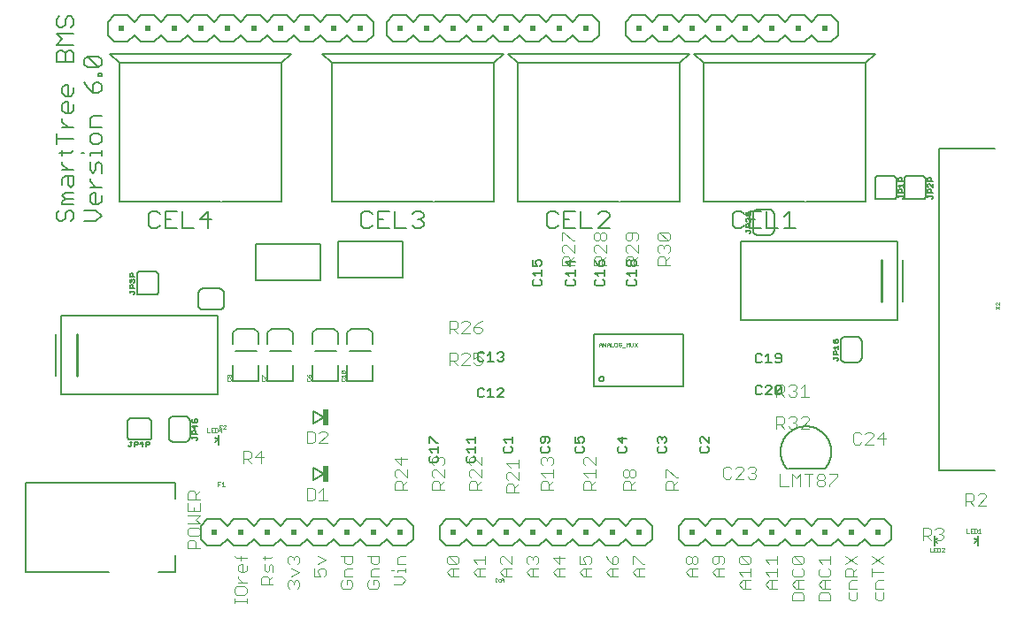
<source format=gto>
G75*
%MOIN*%
%OFA0B0*%
%FSLAX25Y25*%
%IPPOS*%
%LPD*%
%AMOC8*
5,1,8,0,0,1.08239X$1,22.5*
%
%ADD10C,0.00100*%
%ADD11C,0.00600*%
%ADD12C,0.00500*%
%ADD13C,0.00800*%
%ADD14C,0.00400*%
%ADD15R,0.02400X0.06200*%
%ADD16R,0.02000X0.02000*%
%ADD17C,0.00300*%
%ADD18C,0.00200*%
%ADD19C,0.01000*%
D10*
X0122145Y0072450D02*
X0123146Y0072450D01*
X0123618Y0072450D02*
X0124619Y0072450D01*
X0125092Y0072450D02*
X0125842Y0072450D01*
X0126092Y0072700D01*
X0126092Y0073701D01*
X0125842Y0073951D01*
X0125092Y0073951D01*
X0125092Y0072450D01*
X0124119Y0073201D02*
X0123618Y0073201D01*
X0123618Y0073951D02*
X0123618Y0072450D01*
X0122145Y0072450D02*
X0122145Y0073951D01*
X0123618Y0073951D02*
X0124619Y0073951D01*
X0126565Y0073201D02*
X0127316Y0073951D01*
X0127316Y0072450D01*
X0127566Y0073201D02*
X0126565Y0073201D01*
X0126699Y0073600D02*
X0126699Y0075101D01*
X0127699Y0075101D01*
X0128172Y0074851D02*
X0128422Y0075101D01*
X0128923Y0075101D01*
X0129173Y0074851D01*
X0129173Y0074601D01*
X0128172Y0073600D01*
X0129173Y0073600D01*
X0127199Y0074351D02*
X0126699Y0074351D01*
X0129857Y0091700D02*
X0130858Y0091700D01*
X0131108Y0091950D01*
X0131108Y0092451D01*
X0130858Y0092701D01*
X0130858Y0093173D02*
X0130608Y0093173D01*
X0130357Y0093423D01*
X0130357Y0093924D01*
X0130608Y0094174D01*
X0130858Y0094174D01*
X0131108Y0093924D01*
X0131108Y0093423D01*
X0130858Y0093173D01*
X0130357Y0093423D02*
X0130107Y0093173D01*
X0129857Y0093173D01*
X0129607Y0093423D01*
X0129607Y0093924D01*
X0129857Y0094174D01*
X0130107Y0094174D01*
X0130357Y0093924D01*
X0129857Y0092701D02*
X0129607Y0092451D01*
X0129607Y0091950D01*
X0129857Y0091700D01*
X0142607Y0091950D02*
X0142857Y0091700D01*
X0143858Y0091700D01*
X0144108Y0091950D01*
X0144108Y0092451D01*
X0143858Y0092701D01*
X0143858Y0093173D02*
X0144108Y0093173D01*
X0143858Y0093173D02*
X0142857Y0094174D01*
X0142607Y0094174D01*
X0142607Y0093173D01*
X0142857Y0092701D02*
X0142607Y0092451D01*
X0142607Y0091950D01*
X0159607Y0091950D02*
X0159857Y0091700D01*
X0160858Y0091700D01*
X0161108Y0091950D01*
X0161108Y0092451D01*
X0160858Y0092701D01*
X0160858Y0093173D02*
X0161108Y0093423D01*
X0161108Y0093924D01*
X0160858Y0094174D01*
X0160608Y0094174D01*
X0160357Y0093924D01*
X0160357Y0093173D01*
X0160858Y0093173D01*
X0160357Y0093173D02*
X0159857Y0093674D01*
X0159607Y0094174D01*
X0159857Y0092701D02*
X0159607Y0092451D01*
X0159607Y0091950D01*
X0172607Y0091950D02*
X0172857Y0091700D01*
X0173858Y0091700D01*
X0174108Y0091950D01*
X0174108Y0092451D01*
X0173858Y0092701D01*
X0174108Y0093173D02*
X0174108Y0094174D01*
X0174108Y0093674D02*
X0172607Y0093674D01*
X0173107Y0093173D01*
X0172857Y0092701D02*
X0172607Y0092451D01*
X0172607Y0091950D01*
X0172857Y0094647D02*
X0172607Y0094897D01*
X0172607Y0095397D01*
X0172857Y0095647D01*
X0173858Y0094647D01*
X0174108Y0094897D01*
X0174108Y0095397D01*
X0173858Y0095647D01*
X0172857Y0095647D01*
X0172857Y0094647D02*
X0173858Y0094647D01*
X0128172Y0053601D02*
X0128172Y0052100D01*
X0127672Y0052100D02*
X0128673Y0052100D01*
X0127672Y0053101D02*
X0128172Y0053601D01*
X0127199Y0053601D02*
X0126199Y0053601D01*
X0126199Y0052100D01*
X0126199Y0052851D02*
X0126699Y0052851D01*
X0230645Y0017117D02*
X0230645Y0016383D01*
X0230829Y0016200D01*
X0231196Y0016200D01*
X0231379Y0016383D01*
X0231750Y0016383D02*
X0231934Y0016200D01*
X0232484Y0016200D01*
X0232855Y0016200D02*
X0232855Y0016934D01*
X0233222Y0017301D01*
X0233589Y0016934D01*
X0233589Y0016200D01*
X0233589Y0016750D02*
X0232855Y0016750D01*
X0232484Y0016934D02*
X0231934Y0016934D01*
X0231750Y0016750D01*
X0231750Y0016383D01*
X0231379Y0017117D02*
X0231196Y0017301D01*
X0230829Y0017301D01*
X0230645Y0017117D01*
X0269645Y0104700D02*
X0269645Y0105701D01*
X0270146Y0106201D01*
X0270646Y0105701D01*
X0270646Y0104700D01*
X0271118Y0104700D02*
X0271118Y0106201D01*
X0272119Y0104700D01*
X0272119Y0106201D01*
X0272592Y0105701D02*
X0273092Y0106201D01*
X0273592Y0105701D01*
X0273592Y0104700D01*
X0274065Y0104700D02*
X0274065Y0106201D01*
X0273592Y0105451D02*
X0272592Y0105451D01*
X0272592Y0105701D02*
X0272592Y0104700D01*
X0274065Y0104700D02*
X0275066Y0104700D01*
X0275538Y0104950D02*
X0275788Y0104700D01*
X0276289Y0104700D01*
X0276539Y0104950D01*
X0276539Y0105951D01*
X0276289Y0106201D01*
X0275788Y0106201D01*
X0275538Y0105951D01*
X0275538Y0104950D01*
X0277011Y0104950D02*
X0277262Y0104700D01*
X0277762Y0104700D01*
X0278012Y0104950D01*
X0278012Y0105451D01*
X0277512Y0105451D01*
X0278012Y0105951D02*
X0277762Y0106201D01*
X0277262Y0106201D01*
X0277011Y0105951D01*
X0277011Y0104950D01*
X0278485Y0104450D02*
X0279486Y0104450D01*
X0279958Y0104700D02*
X0279958Y0106201D01*
X0280458Y0105701D01*
X0280959Y0106201D01*
X0280959Y0104700D01*
X0281431Y0104950D02*
X0281681Y0104700D01*
X0282182Y0104700D01*
X0282432Y0104950D01*
X0282432Y0106201D01*
X0282904Y0106201D02*
X0283905Y0104700D01*
X0282904Y0104700D02*
X0283905Y0106201D01*
X0281431Y0106201D02*
X0281431Y0104950D01*
X0270646Y0105451D02*
X0269645Y0105451D01*
X0394252Y0028851D02*
X0394252Y0027350D01*
X0395253Y0027350D01*
X0395725Y0027350D02*
X0396726Y0027350D01*
X0397199Y0027350D02*
X0397949Y0027350D01*
X0398199Y0027600D01*
X0398199Y0028601D01*
X0397949Y0028851D01*
X0397199Y0028851D01*
X0397199Y0027350D01*
X0396226Y0028101D02*
X0395725Y0028101D01*
X0395725Y0028851D02*
X0395725Y0027350D01*
X0395725Y0028851D02*
X0396726Y0028851D01*
X0398672Y0028601D02*
X0398922Y0028851D01*
X0399423Y0028851D01*
X0399673Y0028601D01*
X0399673Y0028351D01*
X0398672Y0027350D01*
X0399673Y0027350D01*
X0408145Y0034450D02*
X0409146Y0034450D01*
X0409618Y0034450D02*
X0410619Y0034450D01*
X0411092Y0034450D02*
X0411842Y0034450D01*
X0412092Y0034700D01*
X0412092Y0035701D01*
X0411842Y0035951D01*
X0411092Y0035951D01*
X0411092Y0034450D01*
X0410119Y0035201D02*
X0409618Y0035201D01*
X0409618Y0035951D02*
X0409618Y0034450D01*
X0408145Y0034450D02*
X0408145Y0035951D01*
X0409618Y0035951D02*
X0410619Y0035951D01*
X0412565Y0035451D02*
X0413065Y0035951D01*
X0413065Y0034450D01*
X0412565Y0034450D02*
X0413566Y0034450D01*
D11*
X0366795Y0098850D02*
X0362395Y0098850D01*
X0362312Y0098852D01*
X0362229Y0098858D01*
X0362146Y0098867D01*
X0362064Y0098881D01*
X0361983Y0098898D01*
X0361902Y0098919D01*
X0361823Y0098943D01*
X0361745Y0098972D01*
X0361668Y0099003D01*
X0361593Y0099039D01*
X0361519Y0099077D01*
X0361447Y0099120D01*
X0361378Y0099165D01*
X0361310Y0099214D01*
X0361245Y0099265D01*
X0361182Y0099320D01*
X0361122Y0099377D01*
X0361065Y0099437D01*
X0361010Y0099500D01*
X0360959Y0099565D01*
X0360910Y0099633D01*
X0360865Y0099702D01*
X0360822Y0099774D01*
X0360784Y0099848D01*
X0360748Y0099923D01*
X0360717Y0100000D01*
X0360688Y0100078D01*
X0360664Y0100157D01*
X0360643Y0100238D01*
X0360626Y0100319D01*
X0360612Y0100401D01*
X0360603Y0100484D01*
X0360597Y0100567D01*
X0360595Y0100650D01*
X0360595Y0106650D01*
X0360597Y0106733D01*
X0360603Y0106816D01*
X0360612Y0106899D01*
X0360626Y0106981D01*
X0360643Y0107062D01*
X0360664Y0107143D01*
X0360688Y0107222D01*
X0360717Y0107300D01*
X0360748Y0107377D01*
X0360784Y0107452D01*
X0360822Y0107526D01*
X0360865Y0107598D01*
X0360910Y0107667D01*
X0360959Y0107735D01*
X0361010Y0107800D01*
X0361065Y0107863D01*
X0361122Y0107923D01*
X0361182Y0107980D01*
X0361245Y0108035D01*
X0361310Y0108086D01*
X0361378Y0108135D01*
X0361447Y0108180D01*
X0361519Y0108223D01*
X0361593Y0108261D01*
X0361668Y0108297D01*
X0361745Y0108328D01*
X0361823Y0108357D01*
X0361902Y0108381D01*
X0361983Y0108402D01*
X0362064Y0108419D01*
X0362146Y0108433D01*
X0362229Y0108442D01*
X0362312Y0108448D01*
X0362395Y0108450D01*
X0366795Y0108450D01*
X0366878Y0108448D01*
X0366961Y0108442D01*
X0367044Y0108433D01*
X0367126Y0108419D01*
X0367207Y0108402D01*
X0367288Y0108381D01*
X0367367Y0108357D01*
X0367445Y0108328D01*
X0367522Y0108297D01*
X0367597Y0108261D01*
X0367671Y0108223D01*
X0367743Y0108180D01*
X0367812Y0108135D01*
X0367880Y0108086D01*
X0367945Y0108035D01*
X0368008Y0107980D01*
X0368068Y0107923D01*
X0368125Y0107863D01*
X0368180Y0107800D01*
X0368231Y0107735D01*
X0368280Y0107667D01*
X0368325Y0107598D01*
X0368368Y0107526D01*
X0368406Y0107452D01*
X0368442Y0107377D01*
X0368473Y0107300D01*
X0368502Y0107222D01*
X0368526Y0107143D01*
X0368547Y0107062D01*
X0368564Y0106981D01*
X0368578Y0106899D01*
X0368587Y0106816D01*
X0368593Y0106733D01*
X0368595Y0106650D01*
X0368595Y0100650D01*
X0368593Y0100567D01*
X0368587Y0100484D01*
X0368578Y0100401D01*
X0368564Y0100319D01*
X0368547Y0100238D01*
X0368526Y0100157D01*
X0368502Y0100078D01*
X0368473Y0100000D01*
X0368442Y0099923D01*
X0368406Y0099848D01*
X0368368Y0099774D01*
X0368325Y0099702D01*
X0368280Y0099633D01*
X0368231Y0099565D01*
X0368180Y0099500D01*
X0368125Y0099437D01*
X0368068Y0099377D01*
X0368008Y0099320D01*
X0367945Y0099265D01*
X0367880Y0099214D01*
X0367812Y0099165D01*
X0367743Y0099120D01*
X0367671Y0099077D01*
X0367597Y0099039D01*
X0367522Y0099003D01*
X0367445Y0098972D01*
X0367367Y0098943D01*
X0367288Y0098919D01*
X0367207Y0098898D01*
X0367126Y0098881D01*
X0367044Y0098867D01*
X0366961Y0098858D01*
X0366878Y0098852D01*
X0366795Y0098850D01*
X0333795Y0146850D02*
X0329395Y0146850D01*
X0329312Y0146852D01*
X0329229Y0146858D01*
X0329146Y0146867D01*
X0329064Y0146881D01*
X0328983Y0146898D01*
X0328902Y0146919D01*
X0328823Y0146943D01*
X0328745Y0146972D01*
X0328668Y0147003D01*
X0328593Y0147039D01*
X0328519Y0147077D01*
X0328447Y0147120D01*
X0328378Y0147165D01*
X0328310Y0147214D01*
X0328245Y0147265D01*
X0328182Y0147320D01*
X0328122Y0147377D01*
X0328065Y0147437D01*
X0328010Y0147500D01*
X0327959Y0147565D01*
X0327910Y0147633D01*
X0327865Y0147702D01*
X0327822Y0147774D01*
X0327784Y0147848D01*
X0327748Y0147923D01*
X0327717Y0148000D01*
X0327688Y0148078D01*
X0327664Y0148157D01*
X0327643Y0148238D01*
X0327626Y0148319D01*
X0327612Y0148401D01*
X0327603Y0148484D01*
X0327597Y0148567D01*
X0327595Y0148650D01*
X0327595Y0154650D01*
X0326419Y0155836D02*
X0326419Y0149430D01*
X0330690Y0149430D01*
X0332865Y0149430D02*
X0337135Y0149430D01*
X0335595Y0148650D02*
X0335595Y0154650D01*
X0335593Y0154733D01*
X0335587Y0154816D01*
X0335578Y0154899D01*
X0335564Y0154981D01*
X0335547Y0155062D01*
X0335526Y0155143D01*
X0335502Y0155222D01*
X0335473Y0155300D01*
X0335442Y0155377D01*
X0335406Y0155452D01*
X0335368Y0155526D01*
X0335325Y0155598D01*
X0335280Y0155667D01*
X0335231Y0155735D01*
X0335180Y0155800D01*
X0335125Y0155863D01*
X0335068Y0155923D01*
X0335008Y0155980D01*
X0334945Y0156035D01*
X0334880Y0156086D01*
X0334812Y0156135D01*
X0334743Y0156180D01*
X0334671Y0156223D01*
X0334597Y0156261D01*
X0334522Y0156297D01*
X0334445Y0156328D01*
X0334367Y0156357D01*
X0334288Y0156381D01*
X0334207Y0156402D01*
X0334126Y0156419D01*
X0334044Y0156433D01*
X0333961Y0156442D01*
X0333878Y0156448D01*
X0333795Y0156450D01*
X0329395Y0156450D01*
X0330690Y0155836D02*
X0326419Y0155836D01*
X0324244Y0154768D02*
X0323177Y0155836D01*
X0321041Y0155836D01*
X0319974Y0154768D01*
X0319974Y0150498D01*
X0321041Y0149430D01*
X0323177Y0149430D01*
X0324244Y0150498D01*
X0326419Y0152633D02*
X0328555Y0152633D01*
X0327595Y0154650D02*
X0327597Y0154733D01*
X0327603Y0154816D01*
X0327612Y0154899D01*
X0327626Y0154981D01*
X0327643Y0155062D01*
X0327664Y0155143D01*
X0327688Y0155222D01*
X0327717Y0155300D01*
X0327748Y0155377D01*
X0327784Y0155452D01*
X0327822Y0155526D01*
X0327865Y0155598D01*
X0327910Y0155667D01*
X0327959Y0155735D01*
X0328010Y0155800D01*
X0328065Y0155863D01*
X0328122Y0155923D01*
X0328182Y0155980D01*
X0328245Y0156035D01*
X0328310Y0156086D01*
X0328378Y0156135D01*
X0328447Y0156180D01*
X0328519Y0156223D01*
X0328593Y0156261D01*
X0328668Y0156297D01*
X0328745Y0156328D01*
X0328823Y0156357D01*
X0328902Y0156381D01*
X0328983Y0156402D01*
X0329064Y0156419D01*
X0329146Y0156433D01*
X0329229Y0156442D01*
X0329312Y0156448D01*
X0329395Y0156450D01*
X0332865Y0155836D02*
X0332865Y0149430D01*
X0333795Y0146850D02*
X0333878Y0146852D01*
X0333961Y0146858D01*
X0334044Y0146867D01*
X0334126Y0146881D01*
X0334207Y0146898D01*
X0334288Y0146919D01*
X0334367Y0146943D01*
X0334445Y0146972D01*
X0334522Y0147003D01*
X0334597Y0147039D01*
X0334671Y0147077D01*
X0334743Y0147120D01*
X0334812Y0147165D01*
X0334880Y0147214D01*
X0334945Y0147265D01*
X0335008Y0147320D01*
X0335068Y0147377D01*
X0335125Y0147437D01*
X0335180Y0147500D01*
X0335231Y0147565D01*
X0335280Y0147633D01*
X0335325Y0147702D01*
X0335368Y0147774D01*
X0335406Y0147848D01*
X0335442Y0147923D01*
X0335473Y0148000D01*
X0335502Y0148078D01*
X0335526Y0148157D01*
X0335547Y0148238D01*
X0335564Y0148319D01*
X0335578Y0148401D01*
X0335587Y0148484D01*
X0335593Y0148567D01*
X0335595Y0148650D01*
X0339310Y0149430D02*
X0343581Y0149430D01*
X0341446Y0149430D02*
X0341446Y0155836D01*
X0339310Y0153701D01*
X0373595Y0161250D02*
X0373595Y0168050D01*
X0373597Y0168110D01*
X0373602Y0168171D01*
X0373611Y0168230D01*
X0373624Y0168289D01*
X0373640Y0168348D01*
X0373660Y0168405D01*
X0373683Y0168460D01*
X0373710Y0168515D01*
X0373739Y0168567D01*
X0373772Y0168618D01*
X0373808Y0168667D01*
X0373846Y0168713D01*
X0373888Y0168757D01*
X0373932Y0168799D01*
X0373978Y0168837D01*
X0374027Y0168873D01*
X0374078Y0168906D01*
X0374130Y0168935D01*
X0374185Y0168962D01*
X0374240Y0168985D01*
X0374297Y0169005D01*
X0374356Y0169021D01*
X0374415Y0169034D01*
X0374474Y0169043D01*
X0374535Y0169048D01*
X0374595Y0169050D01*
X0380595Y0169050D01*
X0380655Y0169048D01*
X0380716Y0169043D01*
X0380775Y0169034D01*
X0380834Y0169021D01*
X0380893Y0169005D01*
X0380950Y0168985D01*
X0381005Y0168962D01*
X0381060Y0168935D01*
X0381112Y0168906D01*
X0381163Y0168873D01*
X0381212Y0168837D01*
X0381258Y0168799D01*
X0381302Y0168757D01*
X0381344Y0168713D01*
X0381382Y0168667D01*
X0381418Y0168618D01*
X0381451Y0168567D01*
X0381480Y0168515D01*
X0381507Y0168460D01*
X0381530Y0168405D01*
X0381550Y0168348D01*
X0381566Y0168289D01*
X0381579Y0168230D01*
X0381588Y0168171D01*
X0381593Y0168110D01*
X0381595Y0168050D01*
X0381595Y0161250D01*
X0381593Y0161190D01*
X0381588Y0161129D01*
X0381579Y0161070D01*
X0381566Y0161011D01*
X0381550Y0160952D01*
X0381530Y0160895D01*
X0381507Y0160840D01*
X0381480Y0160785D01*
X0381451Y0160733D01*
X0381418Y0160682D01*
X0381382Y0160633D01*
X0381344Y0160587D01*
X0381302Y0160543D01*
X0381258Y0160501D01*
X0381212Y0160463D01*
X0381163Y0160427D01*
X0381112Y0160394D01*
X0381060Y0160365D01*
X0381005Y0160338D01*
X0380950Y0160315D01*
X0380893Y0160295D01*
X0380834Y0160279D01*
X0380775Y0160266D01*
X0380716Y0160257D01*
X0380655Y0160252D01*
X0380595Y0160250D01*
X0374595Y0160250D01*
X0374535Y0160252D01*
X0374474Y0160257D01*
X0374415Y0160266D01*
X0374356Y0160279D01*
X0374297Y0160295D01*
X0374240Y0160315D01*
X0374185Y0160338D01*
X0374130Y0160365D01*
X0374078Y0160394D01*
X0374027Y0160427D01*
X0373978Y0160463D01*
X0373932Y0160501D01*
X0373888Y0160543D01*
X0373846Y0160587D01*
X0373808Y0160633D01*
X0373772Y0160682D01*
X0373739Y0160733D01*
X0373710Y0160785D01*
X0373683Y0160840D01*
X0373660Y0160895D01*
X0373640Y0160952D01*
X0373624Y0161011D01*
X0373611Y0161070D01*
X0373602Y0161129D01*
X0373597Y0161190D01*
X0373595Y0161250D01*
X0384595Y0161250D02*
X0384595Y0168050D01*
X0384597Y0168110D01*
X0384602Y0168171D01*
X0384611Y0168230D01*
X0384624Y0168289D01*
X0384640Y0168348D01*
X0384660Y0168405D01*
X0384683Y0168460D01*
X0384710Y0168515D01*
X0384739Y0168567D01*
X0384772Y0168618D01*
X0384808Y0168667D01*
X0384846Y0168713D01*
X0384888Y0168757D01*
X0384932Y0168799D01*
X0384978Y0168837D01*
X0385027Y0168873D01*
X0385078Y0168906D01*
X0385130Y0168935D01*
X0385185Y0168962D01*
X0385240Y0168985D01*
X0385297Y0169005D01*
X0385356Y0169021D01*
X0385415Y0169034D01*
X0385474Y0169043D01*
X0385535Y0169048D01*
X0385595Y0169050D01*
X0391595Y0169050D01*
X0391655Y0169048D01*
X0391716Y0169043D01*
X0391775Y0169034D01*
X0391834Y0169021D01*
X0391893Y0169005D01*
X0391950Y0168985D01*
X0392005Y0168962D01*
X0392060Y0168935D01*
X0392112Y0168906D01*
X0392163Y0168873D01*
X0392212Y0168837D01*
X0392258Y0168799D01*
X0392302Y0168757D01*
X0392344Y0168713D01*
X0392382Y0168667D01*
X0392418Y0168618D01*
X0392451Y0168567D01*
X0392480Y0168515D01*
X0392507Y0168460D01*
X0392530Y0168405D01*
X0392550Y0168348D01*
X0392566Y0168289D01*
X0392579Y0168230D01*
X0392588Y0168171D01*
X0392593Y0168110D01*
X0392595Y0168050D01*
X0392595Y0161250D01*
X0392593Y0161190D01*
X0392588Y0161129D01*
X0392579Y0161070D01*
X0392566Y0161011D01*
X0392550Y0160952D01*
X0392530Y0160895D01*
X0392507Y0160840D01*
X0392480Y0160785D01*
X0392451Y0160733D01*
X0392418Y0160682D01*
X0392382Y0160633D01*
X0392344Y0160587D01*
X0392302Y0160543D01*
X0392258Y0160501D01*
X0392212Y0160463D01*
X0392163Y0160427D01*
X0392112Y0160394D01*
X0392060Y0160365D01*
X0392005Y0160338D01*
X0391950Y0160315D01*
X0391893Y0160295D01*
X0391834Y0160279D01*
X0391775Y0160266D01*
X0391716Y0160257D01*
X0391655Y0160252D01*
X0391595Y0160250D01*
X0385595Y0160250D01*
X0385535Y0160252D01*
X0385474Y0160257D01*
X0385415Y0160266D01*
X0385356Y0160279D01*
X0385297Y0160295D01*
X0385240Y0160315D01*
X0385185Y0160338D01*
X0385130Y0160365D01*
X0385078Y0160394D01*
X0385027Y0160427D01*
X0384978Y0160463D01*
X0384932Y0160501D01*
X0384888Y0160543D01*
X0384846Y0160587D01*
X0384808Y0160633D01*
X0384772Y0160682D01*
X0384739Y0160733D01*
X0384710Y0160785D01*
X0384683Y0160840D01*
X0384660Y0160895D01*
X0384640Y0160952D01*
X0384624Y0161011D01*
X0384611Y0161070D01*
X0384602Y0161129D01*
X0384597Y0161190D01*
X0384595Y0161250D01*
X0273581Y0154768D02*
X0272513Y0155836D01*
X0270378Y0155836D01*
X0269310Y0154768D01*
X0273581Y0154768D02*
X0273581Y0153701D01*
X0269310Y0149430D01*
X0273581Y0149430D01*
X0267135Y0149430D02*
X0262865Y0149430D01*
X0262865Y0155836D01*
X0260690Y0155836D02*
X0256419Y0155836D01*
X0256419Y0149430D01*
X0260690Y0149430D01*
X0258555Y0152633D02*
X0256419Y0152633D01*
X0254244Y0150498D02*
X0253177Y0149430D01*
X0251041Y0149430D01*
X0249974Y0150498D01*
X0249974Y0154768D01*
X0251041Y0155836D01*
X0253177Y0155836D01*
X0254244Y0154768D01*
X0203581Y0154768D02*
X0203581Y0153701D01*
X0202513Y0152633D01*
X0203581Y0151565D01*
X0203581Y0150498D01*
X0202513Y0149430D01*
X0200378Y0149430D01*
X0199310Y0150498D01*
X0197135Y0149430D02*
X0192865Y0149430D01*
X0192865Y0155836D01*
X0190690Y0155836D02*
X0186419Y0155836D01*
X0186419Y0149430D01*
X0190690Y0149430D01*
X0188555Y0152633D02*
X0186419Y0152633D01*
X0184244Y0150498D02*
X0183177Y0149430D01*
X0181041Y0149430D01*
X0179974Y0150498D01*
X0179974Y0154768D01*
X0181041Y0155836D01*
X0183177Y0155836D01*
X0184244Y0154768D01*
X0199310Y0154768D02*
X0200378Y0155836D01*
X0202513Y0155836D01*
X0203581Y0154768D01*
X0202513Y0152633D02*
X0201446Y0152633D01*
X0195894Y0144465D02*
X0171296Y0144465D01*
X0171296Y0130843D01*
X0195894Y0130843D01*
X0195894Y0144465D01*
X0164894Y0143465D02*
X0164894Y0129843D01*
X0140296Y0129843D01*
X0140296Y0143465D01*
X0164894Y0143465D01*
X0128395Y0124850D02*
X0128395Y0120450D01*
X0128393Y0120367D01*
X0128387Y0120284D01*
X0128378Y0120201D01*
X0128364Y0120119D01*
X0128347Y0120038D01*
X0128326Y0119957D01*
X0128302Y0119878D01*
X0128273Y0119800D01*
X0128242Y0119723D01*
X0128206Y0119648D01*
X0128168Y0119574D01*
X0128125Y0119502D01*
X0128080Y0119433D01*
X0128031Y0119365D01*
X0127980Y0119300D01*
X0127925Y0119237D01*
X0127868Y0119177D01*
X0127808Y0119120D01*
X0127745Y0119065D01*
X0127680Y0119014D01*
X0127612Y0118965D01*
X0127543Y0118920D01*
X0127471Y0118877D01*
X0127397Y0118839D01*
X0127322Y0118803D01*
X0127245Y0118772D01*
X0127167Y0118743D01*
X0127088Y0118719D01*
X0127007Y0118698D01*
X0126926Y0118681D01*
X0126844Y0118667D01*
X0126761Y0118658D01*
X0126678Y0118652D01*
X0126595Y0118650D01*
X0120595Y0118650D01*
X0120512Y0118652D01*
X0120429Y0118658D01*
X0120346Y0118667D01*
X0120264Y0118681D01*
X0120183Y0118698D01*
X0120102Y0118719D01*
X0120023Y0118743D01*
X0119945Y0118772D01*
X0119868Y0118803D01*
X0119793Y0118839D01*
X0119719Y0118877D01*
X0119647Y0118920D01*
X0119578Y0118965D01*
X0119510Y0119014D01*
X0119445Y0119065D01*
X0119382Y0119120D01*
X0119322Y0119177D01*
X0119265Y0119237D01*
X0119210Y0119300D01*
X0119159Y0119365D01*
X0119110Y0119433D01*
X0119065Y0119502D01*
X0119022Y0119574D01*
X0118984Y0119648D01*
X0118948Y0119723D01*
X0118917Y0119800D01*
X0118888Y0119878D01*
X0118864Y0119957D01*
X0118843Y0120038D01*
X0118826Y0120119D01*
X0118812Y0120201D01*
X0118803Y0120284D01*
X0118797Y0120367D01*
X0118795Y0120450D01*
X0118795Y0124850D01*
X0118797Y0124933D01*
X0118803Y0125016D01*
X0118812Y0125099D01*
X0118826Y0125181D01*
X0118843Y0125262D01*
X0118864Y0125343D01*
X0118888Y0125422D01*
X0118917Y0125500D01*
X0118948Y0125577D01*
X0118984Y0125652D01*
X0119022Y0125726D01*
X0119065Y0125798D01*
X0119110Y0125867D01*
X0119159Y0125935D01*
X0119210Y0126000D01*
X0119265Y0126063D01*
X0119322Y0126123D01*
X0119382Y0126180D01*
X0119445Y0126235D01*
X0119510Y0126286D01*
X0119578Y0126335D01*
X0119647Y0126380D01*
X0119719Y0126423D01*
X0119793Y0126461D01*
X0119868Y0126497D01*
X0119945Y0126528D01*
X0120023Y0126557D01*
X0120102Y0126581D01*
X0120183Y0126602D01*
X0120264Y0126619D01*
X0120346Y0126633D01*
X0120429Y0126642D01*
X0120512Y0126648D01*
X0120595Y0126650D01*
X0126595Y0126650D01*
X0126678Y0126648D01*
X0126761Y0126642D01*
X0126844Y0126633D01*
X0126926Y0126619D01*
X0127007Y0126602D01*
X0127088Y0126581D01*
X0127167Y0126557D01*
X0127245Y0126528D01*
X0127322Y0126497D01*
X0127397Y0126461D01*
X0127471Y0126423D01*
X0127543Y0126380D01*
X0127612Y0126335D01*
X0127680Y0126286D01*
X0127745Y0126235D01*
X0127808Y0126180D01*
X0127868Y0126123D01*
X0127925Y0126063D01*
X0127980Y0126000D01*
X0128031Y0125935D01*
X0128080Y0125867D01*
X0128125Y0125798D01*
X0128168Y0125726D01*
X0128206Y0125652D01*
X0128242Y0125577D01*
X0128273Y0125500D01*
X0128302Y0125422D01*
X0128326Y0125343D01*
X0128347Y0125262D01*
X0128364Y0125181D01*
X0128378Y0125099D01*
X0128387Y0125016D01*
X0128393Y0124933D01*
X0128395Y0124850D01*
X0103595Y0125250D02*
X0103595Y0132050D01*
X0103593Y0132110D01*
X0103588Y0132171D01*
X0103579Y0132230D01*
X0103566Y0132289D01*
X0103550Y0132348D01*
X0103530Y0132405D01*
X0103507Y0132460D01*
X0103480Y0132515D01*
X0103451Y0132567D01*
X0103418Y0132618D01*
X0103382Y0132667D01*
X0103344Y0132713D01*
X0103302Y0132757D01*
X0103258Y0132799D01*
X0103212Y0132837D01*
X0103163Y0132873D01*
X0103112Y0132906D01*
X0103060Y0132935D01*
X0103005Y0132962D01*
X0102950Y0132985D01*
X0102893Y0133005D01*
X0102834Y0133021D01*
X0102775Y0133034D01*
X0102716Y0133043D01*
X0102655Y0133048D01*
X0102595Y0133050D01*
X0096595Y0133050D01*
X0096535Y0133048D01*
X0096474Y0133043D01*
X0096415Y0133034D01*
X0096356Y0133021D01*
X0096297Y0133005D01*
X0096240Y0132985D01*
X0096185Y0132962D01*
X0096130Y0132935D01*
X0096078Y0132906D01*
X0096027Y0132873D01*
X0095978Y0132837D01*
X0095932Y0132799D01*
X0095888Y0132757D01*
X0095846Y0132713D01*
X0095808Y0132667D01*
X0095772Y0132618D01*
X0095739Y0132567D01*
X0095710Y0132515D01*
X0095683Y0132460D01*
X0095660Y0132405D01*
X0095640Y0132348D01*
X0095624Y0132289D01*
X0095611Y0132230D01*
X0095602Y0132171D01*
X0095597Y0132110D01*
X0095595Y0132050D01*
X0095595Y0125250D01*
X0095597Y0125190D01*
X0095602Y0125129D01*
X0095611Y0125070D01*
X0095624Y0125011D01*
X0095640Y0124952D01*
X0095660Y0124895D01*
X0095683Y0124840D01*
X0095710Y0124785D01*
X0095739Y0124733D01*
X0095772Y0124682D01*
X0095808Y0124633D01*
X0095846Y0124587D01*
X0095888Y0124543D01*
X0095932Y0124501D01*
X0095978Y0124463D01*
X0096027Y0124427D01*
X0096078Y0124394D01*
X0096130Y0124365D01*
X0096185Y0124338D01*
X0096240Y0124315D01*
X0096297Y0124295D01*
X0096356Y0124279D01*
X0096415Y0124266D01*
X0096474Y0124257D01*
X0096535Y0124252D01*
X0096595Y0124250D01*
X0102595Y0124250D01*
X0102655Y0124252D01*
X0102716Y0124257D01*
X0102775Y0124266D01*
X0102834Y0124279D01*
X0102893Y0124295D01*
X0102950Y0124315D01*
X0103005Y0124338D01*
X0103060Y0124365D01*
X0103112Y0124394D01*
X0103163Y0124427D01*
X0103212Y0124463D01*
X0103258Y0124501D01*
X0103302Y0124543D01*
X0103344Y0124587D01*
X0103382Y0124633D01*
X0103418Y0124682D01*
X0103451Y0124733D01*
X0103480Y0124785D01*
X0103507Y0124840D01*
X0103530Y0124895D01*
X0103550Y0124952D01*
X0103566Y0125011D01*
X0103579Y0125070D01*
X0103588Y0125129D01*
X0103593Y0125190D01*
X0103595Y0125250D01*
X0103177Y0149430D02*
X0104244Y0150498D01*
X0103177Y0149430D02*
X0101041Y0149430D01*
X0099974Y0150498D01*
X0099974Y0154768D01*
X0101041Y0155836D01*
X0103177Y0155836D01*
X0104244Y0154768D01*
X0106419Y0155836D02*
X0106419Y0149430D01*
X0110690Y0149430D01*
X0112865Y0149430D02*
X0117135Y0149430D01*
X0119310Y0152633D02*
X0123581Y0152633D01*
X0122513Y0149430D02*
X0122513Y0155836D01*
X0119310Y0152633D01*
X0112865Y0155836D02*
X0112865Y0149430D01*
X0108555Y0152633D02*
X0106419Y0152633D01*
X0106419Y0155836D02*
X0110690Y0155836D01*
X0082295Y0154085D02*
X0080160Y0156220D01*
X0075890Y0156220D01*
X0079092Y0158395D02*
X0078025Y0159463D01*
X0078025Y0161598D01*
X0079092Y0162666D01*
X0080160Y0162666D01*
X0080160Y0158395D01*
X0081228Y0158395D02*
X0079092Y0158395D01*
X0081228Y0158395D02*
X0082295Y0159463D01*
X0082295Y0161598D01*
X0082295Y0164841D02*
X0078025Y0164841D01*
X0080160Y0164841D02*
X0078025Y0166976D01*
X0078025Y0168044D01*
X0079092Y0170212D02*
X0078025Y0171280D01*
X0078025Y0174483D01*
X0078025Y0176658D02*
X0078025Y0177725D01*
X0082295Y0177725D01*
X0082295Y0176658D02*
X0082295Y0178793D01*
X0081228Y0180955D02*
X0079092Y0180955D01*
X0078025Y0182022D01*
X0078025Y0184157D01*
X0079092Y0185225D01*
X0081228Y0185225D01*
X0082295Y0184157D01*
X0082295Y0182022D01*
X0081228Y0180955D01*
X0075890Y0177725D02*
X0074822Y0177725D01*
X0071795Y0178793D02*
X0070728Y0177725D01*
X0066457Y0177725D01*
X0067525Y0176658D02*
X0067525Y0178793D01*
X0065390Y0180955D02*
X0065390Y0185225D01*
X0065390Y0183090D02*
X0071795Y0183090D01*
X0071795Y0187400D02*
X0067525Y0187400D01*
X0069660Y0187400D02*
X0067525Y0189535D01*
X0067525Y0190603D01*
X0068592Y0192771D02*
X0067525Y0193839D01*
X0067525Y0195974D01*
X0068592Y0197042D01*
X0069660Y0197042D01*
X0069660Y0192771D01*
X0070728Y0192771D02*
X0068592Y0192771D01*
X0070728Y0192771D02*
X0071795Y0193839D01*
X0071795Y0195974D01*
X0078025Y0190603D02*
X0079092Y0191671D01*
X0082295Y0191671D01*
X0078025Y0190603D02*
X0078025Y0187400D01*
X0082295Y0187400D01*
X0081228Y0174483D02*
X0080160Y0173415D01*
X0080160Y0171280D01*
X0079092Y0170212D01*
X0082295Y0170212D02*
X0082295Y0173415D01*
X0081228Y0174483D01*
X0071795Y0171286D02*
X0067525Y0171286D01*
X0069660Y0171286D02*
X0067525Y0173422D01*
X0067525Y0174489D01*
X0068592Y0169111D02*
X0071795Y0169111D01*
X0071795Y0165909D01*
X0070728Y0164841D01*
X0069660Y0165909D01*
X0069660Y0169111D01*
X0068592Y0169111D02*
X0067525Y0168044D01*
X0067525Y0165909D01*
X0068592Y0162666D02*
X0071795Y0162666D01*
X0071795Y0160531D02*
X0068592Y0160531D01*
X0067525Y0161598D01*
X0068592Y0162666D01*
X0068592Y0160531D02*
X0067525Y0159463D01*
X0067525Y0158395D01*
X0071795Y0158395D01*
X0070728Y0156220D02*
X0071795Y0155153D01*
X0071795Y0153018D01*
X0070728Y0151950D01*
X0068592Y0153018D02*
X0068592Y0155153D01*
X0069660Y0156220D01*
X0070728Y0156220D01*
X0068592Y0153018D02*
X0067525Y0151950D01*
X0066457Y0151950D01*
X0065390Y0153018D01*
X0065390Y0155153D01*
X0066457Y0156220D01*
X0075890Y0151950D02*
X0080160Y0151950D01*
X0082295Y0154085D01*
X0081228Y0200291D02*
X0079092Y0200291D01*
X0079092Y0203494D01*
X0080160Y0204562D01*
X0081228Y0204562D01*
X0082295Y0203494D01*
X0082295Y0201359D01*
X0081228Y0200291D01*
X0079092Y0200291D02*
X0076957Y0202426D01*
X0075890Y0204562D01*
X0071795Y0202420D02*
X0071795Y0200285D01*
X0070728Y0199217D01*
X0068592Y0199217D01*
X0067525Y0200285D01*
X0067525Y0202420D01*
X0068592Y0203487D01*
X0069660Y0203487D01*
X0069660Y0199217D01*
X0076957Y0209959D02*
X0075890Y0211027D01*
X0075890Y0213162D01*
X0076957Y0214230D01*
X0081228Y0209959D01*
X0082295Y0211027D01*
X0082295Y0213162D01*
X0081228Y0214230D01*
X0076957Y0214230D01*
X0071795Y0215311D02*
X0071795Y0212108D01*
X0065390Y0212108D01*
X0065390Y0215311D01*
X0066457Y0216378D01*
X0067525Y0216378D01*
X0068592Y0215311D01*
X0068592Y0212108D01*
X0068592Y0215311D02*
X0069660Y0216378D01*
X0070728Y0216378D01*
X0071795Y0215311D01*
X0071795Y0218553D02*
X0065390Y0218553D01*
X0067525Y0220689D01*
X0065390Y0222824D01*
X0071795Y0222824D01*
X0070728Y0224999D02*
X0071795Y0226067D01*
X0071795Y0228202D01*
X0070728Y0229269D01*
X0069660Y0229269D01*
X0068592Y0228202D01*
X0068592Y0226067D01*
X0067525Y0224999D01*
X0066457Y0224999D01*
X0065390Y0226067D01*
X0065390Y0228202D01*
X0066457Y0229269D01*
X0076957Y0209959D02*
X0081228Y0209959D01*
X0081228Y0207804D02*
X0082295Y0207804D01*
X0082295Y0206737D01*
X0081228Y0206737D01*
X0081228Y0207804D01*
X0093195Y0077650D02*
X0099995Y0077650D01*
X0100055Y0077648D01*
X0100116Y0077643D01*
X0100175Y0077634D01*
X0100234Y0077621D01*
X0100293Y0077605D01*
X0100350Y0077585D01*
X0100405Y0077562D01*
X0100460Y0077535D01*
X0100512Y0077506D01*
X0100563Y0077473D01*
X0100612Y0077437D01*
X0100658Y0077399D01*
X0100702Y0077357D01*
X0100744Y0077313D01*
X0100782Y0077267D01*
X0100818Y0077218D01*
X0100851Y0077167D01*
X0100880Y0077115D01*
X0100907Y0077060D01*
X0100930Y0077005D01*
X0100950Y0076948D01*
X0100966Y0076889D01*
X0100979Y0076830D01*
X0100988Y0076771D01*
X0100993Y0076710D01*
X0100995Y0076650D01*
X0100995Y0070650D01*
X0100993Y0070590D01*
X0100988Y0070529D01*
X0100979Y0070470D01*
X0100966Y0070411D01*
X0100950Y0070352D01*
X0100930Y0070295D01*
X0100907Y0070240D01*
X0100880Y0070185D01*
X0100851Y0070133D01*
X0100818Y0070082D01*
X0100782Y0070033D01*
X0100744Y0069987D01*
X0100702Y0069943D01*
X0100658Y0069901D01*
X0100612Y0069863D01*
X0100563Y0069827D01*
X0100512Y0069794D01*
X0100460Y0069765D01*
X0100405Y0069738D01*
X0100350Y0069715D01*
X0100293Y0069695D01*
X0100234Y0069679D01*
X0100175Y0069666D01*
X0100116Y0069657D01*
X0100055Y0069652D01*
X0099995Y0069650D01*
X0093195Y0069650D01*
X0093135Y0069652D01*
X0093074Y0069657D01*
X0093015Y0069666D01*
X0092956Y0069679D01*
X0092897Y0069695D01*
X0092840Y0069715D01*
X0092785Y0069738D01*
X0092730Y0069765D01*
X0092678Y0069794D01*
X0092627Y0069827D01*
X0092578Y0069863D01*
X0092532Y0069901D01*
X0092488Y0069943D01*
X0092446Y0069987D01*
X0092408Y0070033D01*
X0092372Y0070082D01*
X0092339Y0070133D01*
X0092310Y0070185D01*
X0092283Y0070240D01*
X0092260Y0070295D01*
X0092240Y0070352D01*
X0092224Y0070411D01*
X0092211Y0070470D01*
X0092202Y0070529D01*
X0092197Y0070590D01*
X0092195Y0070650D01*
X0092195Y0076650D01*
X0092197Y0076710D01*
X0092202Y0076771D01*
X0092211Y0076830D01*
X0092224Y0076889D01*
X0092240Y0076948D01*
X0092260Y0077005D01*
X0092283Y0077060D01*
X0092310Y0077115D01*
X0092339Y0077167D01*
X0092372Y0077218D01*
X0092408Y0077267D01*
X0092446Y0077313D01*
X0092488Y0077357D01*
X0092532Y0077399D01*
X0092578Y0077437D01*
X0092627Y0077473D01*
X0092678Y0077506D01*
X0092730Y0077535D01*
X0092785Y0077562D01*
X0092840Y0077585D01*
X0092897Y0077605D01*
X0092956Y0077621D01*
X0093015Y0077634D01*
X0093074Y0077643D01*
X0093135Y0077648D01*
X0093195Y0077650D01*
X0107595Y0076650D02*
X0107595Y0070650D01*
X0107597Y0070567D01*
X0107603Y0070484D01*
X0107612Y0070401D01*
X0107626Y0070319D01*
X0107643Y0070238D01*
X0107664Y0070157D01*
X0107688Y0070078D01*
X0107717Y0070000D01*
X0107748Y0069923D01*
X0107784Y0069848D01*
X0107822Y0069774D01*
X0107865Y0069702D01*
X0107910Y0069633D01*
X0107959Y0069565D01*
X0108010Y0069500D01*
X0108065Y0069437D01*
X0108122Y0069377D01*
X0108182Y0069320D01*
X0108245Y0069265D01*
X0108310Y0069214D01*
X0108378Y0069165D01*
X0108447Y0069120D01*
X0108519Y0069077D01*
X0108593Y0069039D01*
X0108668Y0069003D01*
X0108745Y0068972D01*
X0108823Y0068943D01*
X0108902Y0068919D01*
X0108983Y0068898D01*
X0109064Y0068881D01*
X0109146Y0068867D01*
X0109229Y0068858D01*
X0109312Y0068852D01*
X0109395Y0068850D01*
X0113795Y0068850D01*
X0113878Y0068852D01*
X0113961Y0068858D01*
X0114044Y0068867D01*
X0114126Y0068881D01*
X0114207Y0068898D01*
X0114288Y0068919D01*
X0114367Y0068943D01*
X0114445Y0068972D01*
X0114522Y0069003D01*
X0114597Y0069039D01*
X0114671Y0069077D01*
X0114743Y0069120D01*
X0114812Y0069165D01*
X0114880Y0069214D01*
X0114945Y0069265D01*
X0115008Y0069320D01*
X0115068Y0069377D01*
X0115125Y0069437D01*
X0115180Y0069500D01*
X0115231Y0069565D01*
X0115280Y0069633D01*
X0115325Y0069702D01*
X0115368Y0069774D01*
X0115406Y0069848D01*
X0115442Y0069923D01*
X0115473Y0070000D01*
X0115502Y0070078D01*
X0115526Y0070157D01*
X0115547Y0070238D01*
X0115564Y0070319D01*
X0115578Y0070401D01*
X0115587Y0070484D01*
X0115593Y0070567D01*
X0115595Y0070650D01*
X0115595Y0076650D01*
X0115593Y0076733D01*
X0115587Y0076816D01*
X0115578Y0076899D01*
X0115564Y0076981D01*
X0115547Y0077062D01*
X0115526Y0077143D01*
X0115502Y0077222D01*
X0115473Y0077300D01*
X0115442Y0077377D01*
X0115406Y0077452D01*
X0115368Y0077526D01*
X0115325Y0077598D01*
X0115280Y0077667D01*
X0115231Y0077735D01*
X0115180Y0077800D01*
X0115125Y0077863D01*
X0115068Y0077923D01*
X0115008Y0077980D01*
X0114945Y0078035D01*
X0114880Y0078086D01*
X0114812Y0078135D01*
X0114743Y0078180D01*
X0114671Y0078223D01*
X0114597Y0078261D01*
X0114522Y0078297D01*
X0114445Y0078328D01*
X0114367Y0078357D01*
X0114288Y0078381D01*
X0114207Y0078402D01*
X0114126Y0078419D01*
X0114044Y0078433D01*
X0113961Y0078442D01*
X0113878Y0078448D01*
X0113795Y0078450D01*
X0109395Y0078450D01*
X0109312Y0078448D01*
X0109229Y0078442D01*
X0109146Y0078433D01*
X0109064Y0078419D01*
X0108983Y0078402D01*
X0108902Y0078381D01*
X0108823Y0078357D01*
X0108745Y0078328D01*
X0108668Y0078297D01*
X0108593Y0078261D01*
X0108519Y0078223D01*
X0108447Y0078180D01*
X0108378Y0078135D01*
X0108310Y0078086D01*
X0108245Y0078035D01*
X0108182Y0077980D01*
X0108122Y0077923D01*
X0108065Y0077863D01*
X0108010Y0077800D01*
X0107959Y0077735D01*
X0107910Y0077667D01*
X0107865Y0077598D01*
X0107822Y0077526D01*
X0107784Y0077452D01*
X0107748Y0077377D01*
X0107717Y0077300D01*
X0107688Y0077222D01*
X0107664Y0077143D01*
X0107643Y0077062D01*
X0107626Y0076981D01*
X0107612Y0076899D01*
X0107603Y0076816D01*
X0107597Y0076733D01*
X0107595Y0076650D01*
D12*
X0116344Y0076427D02*
X0116660Y0076110D01*
X0117928Y0076110D01*
X0118245Y0076427D01*
X0118245Y0077061D01*
X0117928Y0077378D01*
X0117294Y0077378D01*
X0117294Y0076744D01*
X0116660Y0077378D02*
X0116344Y0077061D01*
X0116344Y0076427D01*
X0116344Y0074851D02*
X0117294Y0073900D01*
X0117294Y0075168D01*
X0116344Y0074851D02*
X0118245Y0074851D01*
X0117294Y0072958D02*
X0117611Y0072641D01*
X0117611Y0071690D01*
X0118245Y0071690D02*
X0116344Y0071690D01*
X0116344Y0072641D01*
X0116660Y0072958D01*
X0117294Y0072958D01*
X0116344Y0070748D02*
X0116344Y0070114D01*
X0116344Y0070431D02*
X0117928Y0070431D01*
X0118245Y0070114D01*
X0118245Y0069797D01*
X0117928Y0069480D01*
X0100323Y0068585D02*
X0100323Y0067951D01*
X0100006Y0067634D01*
X0099055Y0067634D01*
X0099055Y0067000D02*
X0099055Y0068902D01*
X0100006Y0068902D01*
X0100323Y0068585D01*
X0098113Y0067951D02*
X0096845Y0067951D01*
X0097796Y0068902D01*
X0097796Y0067000D01*
X0095903Y0067951D02*
X0095586Y0067634D01*
X0094635Y0067634D01*
X0094635Y0067000D02*
X0094635Y0068902D01*
X0095586Y0068902D01*
X0095903Y0068585D01*
X0095903Y0067951D01*
X0093693Y0068902D02*
X0093059Y0068902D01*
X0093376Y0068902D02*
X0093376Y0067317D01*
X0093059Y0067000D01*
X0092742Y0067000D01*
X0092425Y0067317D01*
X0067068Y0086886D02*
X0126123Y0086886D01*
X0126123Y0116414D01*
X0067068Y0116414D01*
X0067068Y0086886D01*
X0065099Y0093776D02*
X0065099Y0109524D01*
X0092944Y0125114D02*
X0092944Y0125748D01*
X0092944Y0125431D02*
X0094528Y0125431D01*
X0094845Y0125114D01*
X0094845Y0124797D01*
X0094528Y0124480D01*
X0094211Y0126690D02*
X0094211Y0127641D01*
X0093894Y0127958D01*
X0093260Y0127958D01*
X0092944Y0127641D01*
X0092944Y0126690D01*
X0094845Y0126690D01*
X0094528Y0128900D02*
X0094845Y0129217D01*
X0094845Y0129851D01*
X0094528Y0130168D01*
X0094211Y0130168D01*
X0093894Y0129851D01*
X0093894Y0129534D01*
X0093894Y0129851D02*
X0093577Y0130168D01*
X0093260Y0130168D01*
X0092944Y0129851D01*
X0092944Y0129217D01*
X0093260Y0128900D01*
X0092944Y0131110D02*
X0092944Y0132061D01*
X0093260Y0132378D01*
X0093894Y0132378D01*
X0094211Y0132061D01*
X0094211Y0131110D01*
X0094845Y0131110D02*
X0092944Y0131110D01*
X0132595Y0103150D02*
X0140595Y0103150D01*
X0145595Y0103150D02*
X0153595Y0103150D01*
X0162595Y0103150D02*
X0170595Y0103150D01*
X0175595Y0103150D02*
X0183595Y0103150D01*
X0224046Y0102069D02*
X0224046Y0099734D01*
X0224630Y0099150D01*
X0225797Y0099150D01*
X0226381Y0099734D01*
X0227729Y0099150D02*
X0230064Y0099150D01*
X0228897Y0099150D02*
X0228897Y0102653D01*
X0227729Y0101485D01*
X0226381Y0102069D02*
X0225797Y0102653D01*
X0224630Y0102653D01*
X0224046Y0102069D01*
X0231412Y0102069D02*
X0231996Y0102653D01*
X0233163Y0102653D01*
X0233747Y0102069D01*
X0233747Y0101485D01*
X0233163Y0100901D01*
X0233747Y0100318D01*
X0233747Y0099734D01*
X0233163Y0099150D01*
X0231996Y0099150D01*
X0231412Y0099734D01*
X0232580Y0100901D02*
X0233163Y0100901D01*
X0233163Y0089153D02*
X0231996Y0089153D01*
X0231412Y0088569D01*
X0233163Y0089153D02*
X0233747Y0088569D01*
X0233747Y0087985D01*
X0231412Y0085650D01*
X0233747Y0085650D01*
X0230064Y0085650D02*
X0227729Y0085650D01*
X0228897Y0085650D02*
X0228897Y0089153D01*
X0227729Y0087985D01*
X0226381Y0088569D02*
X0225797Y0089153D01*
X0224630Y0089153D01*
X0224046Y0088569D01*
X0224046Y0086234D01*
X0224630Y0085650D01*
X0225797Y0085650D01*
X0226381Y0086234D01*
X0223095Y0070802D02*
X0223095Y0068467D01*
X0223095Y0069635D02*
X0219592Y0069635D01*
X0220760Y0068467D01*
X0223095Y0067119D02*
X0223095Y0064784D01*
X0223095Y0065951D02*
X0219592Y0065951D01*
X0220760Y0064784D01*
X0220176Y0063436D02*
X0219592Y0062852D01*
X0219592Y0061684D01*
X0220176Y0061101D01*
X0222511Y0061101D01*
X0223095Y0061684D01*
X0223095Y0062852D01*
X0222511Y0063436D01*
X0233592Y0065368D02*
X0234176Y0064784D01*
X0236511Y0064784D01*
X0237095Y0065368D01*
X0237095Y0066535D01*
X0236511Y0067119D01*
X0237095Y0068467D02*
X0237095Y0070802D01*
X0237095Y0069635D02*
X0233592Y0069635D01*
X0234760Y0068467D01*
X0234176Y0067119D02*
X0233592Y0066535D01*
X0233592Y0065368D01*
X0247592Y0065368D02*
X0248176Y0064784D01*
X0250511Y0064784D01*
X0251095Y0065368D01*
X0251095Y0066535D01*
X0250511Y0067119D01*
X0250511Y0068467D02*
X0251095Y0069051D01*
X0251095Y0070218D01*
X0250511Y0070802D01*
X0248176Y0070802D01*
X0247592Y0070218D01*
X0247592Y0069051D01*
X0248176Y0068467D01*
X0248760Y0068467D01*
X0249344Y0069051D01*
X0249344Y0070802D01*
X0248176Y0067119D02*
X0247592Y0066535D01*
X0247592Y0065368D01*
X0260592Y0065368D02*
X0261176Y0064784D01*
X0263511Y0064784D01*
X0264095Y0065368D01*
X0264095Y0066535D01*
X0263511Y0067119D01*
X0263511Y0068467D02*
X0264095Y0069051D01*
X0264095Y0070218D01*
X0263511Y0070802D01*
X0262344Y0070802D01*
X0261760Y0070218D01*
X0261760Y0069635D01*
X0262344Y0068467D01*
X0260592Y0068467D01*
X0260592Y0070802D01*
X0261176Y0067119D02*
X0260592Y0066535D01*
X0260592Y0065368D01*
X0276592Y0065368D02*
X0277176Y0064784D01*
X0279511Y0064784D01*
X0280095Y0065368D01*
X0280095Y0066535D01*
X0279511Y0067119D01*
X0278344Y0068467D02*
X0278344Y0070802D01*
X0280095Y0070218D02*
X0276592Y0070218D01*
X0278344Y0068467D01*
X0277176Y0067119D02*
X0276592Y0066535D01*
X0276592Y0065368D01*
X0291592Y0065368D02*
X0292176Y0064784D01*
X0294511Y0064784D01*
X0295095Y0065368D01*
X0295095Y0066535D01*
X0294511Y0067119D01*
X0294511Y0068467D02*
X0295095Y0069051D01*
X0295095Y0070218D01*
X0294511Y0070802D01*
X0293927Y0070802D01*
X0293344Y0070218D01*
X0293344Y0069635D01*
X0293344Y0070218D02*
X0292760Y0070802D01*
X0292176Y0070802D01*
X0291592Y0070218D01*
X0291592Y0069051D01*
X0292176Y0068467D01*
X0292176Y0067119D02*
X0291592Y0066535D01*
X0291592Y0065368D01*
X0307592Y0065368D02*
X0308176Y0064784D01*
X0310511Y0064784D01*
X0311095Y0065368D01*
X0311095Y0066535D01*
X0310511Y0067119D01*
X0311095Y0068467D02*
X0308760Y0070802D01*
X0308176Y0070802D01*
X0307592Y0070218D01*
X0307592Y0069051D01*
X0308176Y0068467D01*
X0308176Y0067119D02*
X0307592Y0066535D01*
X0307592Y0065368D01*
X0311095Y0068467D02*
X0311095Y0070802D01*
X0328595Y0087234D02*
X0329179Y0086650D01*
X0330347Y0086650D01*
X0330930Y0087234D01*
X0332278Y0086650D02*
X0334614Y0088985D01*
X0334614Y0089569D01*
X0334030Y0090153D01*
X0332862Y0090153D01*
X0332278Y0089569D01*
X0330930Y0089569D02*
X0330347Y0090153D01*
X0329179Y0090153D01*
X0328595Y0089569D01*
X0328595Y0087234D01*
X0332278Y0086650D02*
X0334614Y0086650D01*
X0335961Y0087234D02*
X0338297Y0089569D01*
X0338297Y0087234D01*
X0337713Y0086650D01*
X0336545Y0086650D01*
X0335961Y0087234D01*
X0335961Y0089569D01*
X0336545Y0090153D01*
X0337713Y0090153D01*
X0338297Y0089569D01*
X0337713Y0098650D02*
X0338297Y0099234D01*
X0338297Y0101569D01*
X0337713Y0102153D01*
X0336545Y0102153D01*
X0335961Y0101569D01*
X0335961Y0100985D01*
X0336545Y0100401D01*
X0338297Y0100401D01*
X0337713Y0098650D02*
X0336545Y0098650D01*
X0335961Y0099234D01*
X0334614Y0098650D02*
X0332278Y0098650D01*
X0333446Y0098650D02*
X0333446Y0102153D01*
X0332278Y0100985D01*
X0330930Y0101569D02*
X0330347Y0102153D01*
X0329179Y0102153D01*
X0328595Y0101569D01*
X0328595Y0099234D01*
X0329179Y0098650D01*
X0330347Y0098650D01*
X0330930Y0099234D01*
X0357944Y0100114D02*
X0357944Y0100748D01*
X0357944Y0100431D02*
X0359528Y0100431D01*
X0359845Y0100114D01*
X0359845Y0099797D01*
X0359528Y0099480D01*
X0359211Y0101690D02*
X0359211Y0102641D01*
X0358894Y0102958D01*
X0358260Y0102958D01*
X0357944Y0102641D01*
X0357944Y0101690D01*
X0359845Y0101690D01*
X0359845Y0103900D02*
X0359845Y0105168D01*
X0359845Y0104534D02*
X0357944Y0104534D01*
X0358577Y0103900D01*
X0358260Y0106110D02*
X0359528Y0106110D01*
X0359845Y0106427D01*
X0359845Y0107061D01*
X0359528Y0107378D01*
X0358894Y0107378D01*
X0358894Y0106744D01*
X0358260Y0107378D02*
X0357944Y0107061D01*
X0357944Y0106427D01*
X0358260Y0106110D01*
X0382123Y0114886D02*
X0323068Y0114886D01*
X0323068Y0144414D01*
X0382123Y0144414D01*
X0382123Y0114886D01*
X0384091Y0121776D02*
X0384091Y0137524D01*
X0383928Y0160480D02*
X0384245Y0160797D01*
X0384245Y0161114D01*
X0383928Y0161431D01*
X0382344Y0161431D01*
X0382344Y0161114D02*
X0382344Y0161748D01*
X0382344Y0162690D02*
X0382344Y0163641D01*
X0382660Y0163958D01*
X0383294Y0163958D01*
X0383611Y0163641D01*
X0383611Y0162690D01*
X0384245Y0162690D02*
X0382344Y0162690D01*
X0382977Y0164900D02*
X0382344Y0165534D01*
X0384245Y0165534D01*
X0384245Y0164900D02*
X0384245Y0166168D01*
X0384245Y0167110D02*
X0382344Y0167110D01*
X0382344Y0168061D01*
X0382660Y0168378D01*
X0383294Y0168378D01*
X0383611Y0168061D01*
X0383611Y0167110D01*
X0393344Y0167110D02*
X0393344Y0168061D01*
X0393660Y0168378D01*
X0394294Y0168378D01*
X0394611Y0168061D01*
X0394611Y0167110D01*
X0395245Y0167110D02*
X0393344Y0167110D01*
X0393660Y0166168D02*
X0393344Y0165851D01*
X0393344Y0165217D01*
X0393660Y0164900D01*
X0393660Y0163958D02*
X0394294Y0163958D01*
X0394611Y0163641D01*
X0394611Y0162690D01*
X0395245Y0162690D02*
X0393344Y0162690D01*
X0393344Y0163641D01*
X0393660Y0163958D01*
X0395245Y0164900D02*
X0393977Y0166168D01*
X0393660Y0166168D01*
X0395245Y0166168D02*
X0395245Y0164900D01*
X0394928Y0161431D02*
X0393344Y0161431D01*
X0393344Y0161114D02*
X0393344Y0161748D01*
X0394928Y0161431D02*
X0395245Y0161114D01*
X0395245Y0160797D01*
X0394928Y0160480D01*
X0326845Y0155061D02*
X0326528Y0155378D01*
X0325894Y0155378D01*
X0325894Y0154744D01*
X0325260Y0155378D02*
X0324944Y0155061D01*
X0324944Y0154427D01*
X0325260Y0154110D01*
X0326528Y0154110D01*
X0326845Y0154427D01*
X0326845Y0155061D01*
X0326845Y0153168D02*
X0326845Y0151900D01*
X0325577Y0153168D01*
X0325260Y0153168D01*
X0324944Y0152851D01*
X0324944Y0152217D01*
X0325260Y0151900D01*
X0325260Y0150958D02*
X0325894Y0150958D01*
X0326211Y0150641D01*
X0326211Y0149690D01*
X0326845Y0149690D02*
X0324944Y0149690D01*
X0324944Y0150641D01*
X0325260Y0150958D01*
X0324944Y0148748D02*
X0324944Y0148114D01*
X0324944Y0148431D02*
X0326528Y0148431D01*
X0326845Y0148114D01*
X0326845Y0147797D01*
X0326528Y0147480D01*
X0283595Y0136768D02*
X0283595Y0135600D01*
X0283011Y0135016D01*
X0282427Y0135016D01*
X0281844Y0135600D01*
X0281844Y0136768D01*
X0282427Y0137352D01*
X0283011Y0137352D01*
X0283595Y0136768D01*
X0281844Y0136768D02*
X0281260Y0137352D01*
X0280676Y0137352D01*
X0280092Y0136768D01*
X0280092Y0135600D01*
X0280676Y0135016D01*
X0281260Y0135016D01*
X0281844Y0135600D01*
X0283595Y0133668D02*
X0283595Y0131333D01*
X0283595Y0132501D02*
X0280092Y0132501D01*
X0281260Y0131333D01*
X0280676Y0129985D02*
X0280092Y0129401D01*
X0280092Y0128234D01*
X0280676Y0127650D01*
X0283011Y0127650D01*
X0283595Y0128234D01*
X0283595Y0129401D01*
X0283011Y0129985D01*
X0271595Y0129401D02*
X0271011Y0129985D01*
X0271595Y0129401D02*
X0271595Y0128234D01*
X0271011Y0127650D01*
X0268676Y0127650D01*
X0268092Y0128234D01*
X0268092Y0129401D01*
X0268676Y0129985D01*
X0269260Y0131333D02*
X0268092Y0132501D01*
X0271595Y0132501D01*
X0271595Y0133668D02*
X0271595Y0131333D01*
X0271011Y0135016D02*
X0271595Y0135600D01*
X0271595Y0136768D01*
X0271011Y0137352D01*
X0270427Y0137352D01*
X0269844Y0136768D01*
X0269844Y0135016D01*
X0271011Y0135016D01*
X0269844Y0135016D02*
X0268676Y0136184D01*
X0268092Y0137352D01*
X0260595Y0136768D02*
X0257092Y0136768D01*
X0258844Y0135016D01*
X0258844Y0137352D01*
X0260595Y0133668D02*
X0260595Y0131333D01*
X0260595Y0132501D02*
X0257092Y0132501D01*
X0258260Y0131333D01*
X0257676Y0129985D02*
X0257092Y0129401D01*
X0257092Y0128234D01*
X0257676Y0127650D01*
X0260011Y0127650D01*
X0260595Y0128234D01*
X0260595Y0129401D01*
X0260011Y0129985D01*
X0248095Y0129401D02*
X0247511Y0129985D01*
X0248095Y0129401D02*
X0248095Y0128234D01*
X0247511Y0127650D01*
X0245176Y0127650D01*
X0244592Y0128234D01*
X0244592Y0129401D01*
X0245176Y0129985D01*
X0245760Y0131333D02*
X0244592Y0132501D01*
X0248095Y0132501D01*
X0248095Y0133668D02*
X0248095Y0131333D01*
X0247511Y0135016D02*
X0248095Y0135600D01*
X0248095Y0136768D01*
X0247511Y0137352D01*
X0246344Y0137352D01*
X0245760Y0136768D01*
X0245760Y0136184D01*
X0246344Y0135016D01*
X0244592Y0135016D01*
X0244592Y0137352D01*
X0206176Y0070802D02*
X0208511Y0068467D01*
X0209095Y0068467D01*
X0209095Y0067119D02*
X0209095Y0064784D01*
X0209095Y0065951D02*
X0205592Y0065951D01*
X0206760Y0064784D01*
X0206176Y0063436D02*
X0205592Y0062852D01*
X0205592Y0061684D01*
X0206176Y0061101D01*
X0208511Y0061101D01*
X0209095Y0061684D01*
X0209095Y0062852D01*
X0208511Y0063436D01*
X0205592Y0068467D02*
X0205592Y0070802D01*
X0206176Y0070802D01*
X0212095Y0039650D02*
X0209595Y0037150D01*
X0209595Y0032150D01*
X0212095Y0029650D01*
X0217095Y0029650D01*
X0219595Y0032150D01*
X0222095Y0029650D01*
X0227095Y0029650D01*
X0229595Y0032150D01*
X0232095Y0029650D01*
X0237095Y0029650D01*
X0239595Y0032150D01*
X0242095Y0029650D01*
X0247095Y0029650D01*
X0249595Y0032150D01*
X0252095Y0029650D01*
X0257095Y0029650D01*
X0259595Y0032150D01*
X0262095Y0029650D01*
X0267095Y0029650D01*
X0269595Y0032150D01*
X0272095Y0029650D01*
X0277095Y0029650D01*
X0279595Y0032150D01*
X0282095Y0029650D01*
X0287095Y0029650D01*
X0289595Y0032150D01*
X0289595Y0037150D01*
X0287095Y0039650D01*
X0282095Y0039650D01*
X0279595Y0037150D01*
X0277095Y0039650D01*
X0272095Y0039650D01*
X0269595Y0037150D01*
X0267095Y0039650D01*
X0262095Y0039650D01*
X0259595Y0037150D01*
X0257095Y0039650D01*
X0252095Y0039650D01*
X0249595Y0037150D01*
X0247095Y0039650D01*
X0242095Y0039650D01*
X0239595Y0037150D01*
X0237095Y0039650D01*
X0232095Y0039650D01*
X0229595Y0037150D01*
X0227095Y0039650D01*
X0222095Y0039650D01*
X0219595Y0037150D01*
X0217095Y0039650D01*
X0212095Y0039650D01*
X0199595Y0037150D02*
X0199595Y0032150D01*
X0197095Y0029650D01*
X0192095Y0029650D01*
X0189595Y0032150D01*
X0187095Y0029650D01*
X0182095Y0029650D01*
X0179595Y0032150D01*
X0177095Y0029650D01*
X0172095Y0029650D01*
X0169595Y0032150D01*
X0167095Y0029650D01*
X0162095Y0029650D01*
X0159595Y0032150D01*
X0157095Y0029650D01*
X0152095Y0029650D01*
X0149595Y0032150D01*
X0147095Y0029650D01*
X0142095Y0029650D01*
X0139595Y0032150D01*
X0137095Y0029650D01*
X0132095Y0029650D01*
X0129595Y0032150D01*
X0127095Y0029650D01*
X0122095Y0029650D01*
X0119595Y0032150D01*
X0119595Y0037150D01*
X0122095Y0039650D01*
X0127095Y0039650D01*
X0129595Y0037150D01*
X0132095Y0039650D01*
X0137095Y0039650D01*
X0139595Y0037150D01*
X0142095Y0039650D01*
X0147095Y0039650D01*
X0149595Y0037150D01*
X0152095Y0039650D01*
X0157095Y0039650D01*
X0159595Y0037150D01*
X0162095Y0039650D01*
X0167095Y0039650D01*
X0169595Y0037150D01*
X0172095Y0039650D01*
X0177095Y0039650D01*
X0179595Y0037150D01*
X0182095Y0039650D01*
X0187095Y0039650D01*
X0189595Y0037150D01*
X0192095Y0039650D01*
X0197095Y0039650D01*
X0199595Y0037150D01*
X0299595Y0037150D02*
X0299595Y0032150D01*
X0302095Y0029650D01*
X0307095Y0029650D01*
X0309595Y0032150D01*
X0312095Y0029650D01*
X0317095Y0029650D01*
X0319595Y0032150D01*
X0322095Y0029650D01*
X0327095Y0029650D01*
X0329595Y0032150D01*
X0332095Y0029650D01*
X0337095Y0029650D01*
X0339595Y0032150D01*
X0342095Y0029650D01*
X0347095Y0029650D01*
X0349595Y0032150D01*
X0352095Y0029650D01*
X0357095Y0029650D01*
X0359595Y0032150D01*
X0362095Y0029650D01*
X0367095Y0029650D01*
X0369595Y0032150D01*
X0372095Y0029650D01*
X0377095Y0029650D01*
X0379595Y0032150D01*
X0379595Y0037150D01*
X0377095Y0039650D01*
X0372095Y0039650D01*
X0369595Y0037150D01*
X0367095Y0039650D01*
X0362095Y0039650D01*
X0359595Y0037150D01*
X0357095Y0039650D01*
X0352095Y0039650D01*
X0349595Y0037150D01*
X0347095Y0039650D01*
X0342095Y0039650D01*
X0339595Y0037150D01*
X0337095Y0039650D01*
X0332095Y0039650D01*
X0329595Y0037150D01*
X0327095Y0039650D01*
X0322095Y0039650D01*
X0319595Y0037150D01*
X0317095Y0039650D01*
X0312095Y0039650D01*
X0309595Y0037150D01*
X0307095Y0039650D01*
X0302095Y0039650D01*
X0299595Y0037150D01*
X0341095Y0058650D02*
X0354595Y0058650D01*
X0354752Y0058824D01*
X0354905Y0059002D01*
X0355054Y0059183D01*
X0355198Y0059368D01*
X0355338Y0059556D01*
X0355473Y0059748D01*
X0355603Y0059943D01*
X0355728Y0060141D01*
X0355849Y0060342D01*
X0355964Y0060546D01*
X0356075Y0060752D01*
X0356180Y0060962D01*
X0356280Y0061174D01*
X0356375Y0061388D01*
X0356465Y0061605D01*
X0356549Y0061823D01*
X0356628Y0062044D01*
X0356701Y0062267D01*
X0356769Y0062491D01*
X0356832Y0062717D01*
X0356889Y0062944D01*
X0356940Y0063173D01*
X0356986Y0063403D01*
X0357026Y0063634D01*
X0357060Y0063866D01*
X0357089Y0064099D01*
X0357112Y0064332D01*
X0357129Y0064566D01*
X0357141Y0064800D01*
X0357146Y0065034D01*
X0357146Y0065269D01*
X0357140Y0065503D01*
X0357129Y0065737D01*
X0357112Y0065971D01*
X0357089Y0066204D01*
X0357060Y0066437D01*
X0357026Y0066669D01*
X0356985Y0066900D01*
X0356940Y0067129D01*
X0356888Y0067358D01*
X0356831Y0067586D01*
X0356769Y0067811D01*
X0356701Y0068036D01*
X0356627Y0068258D01*
X0356548Y0068479D01*
X0356464Y0068698D01*
X0356374Y0068914D01*
X0356279Y0069129D01*
X0356179Y0069341D01*
X0356073Y0069550D01*
X0355963Y0069757D01*
X0355847Y0069961D01*
X0355727Y0070162D01*
X0355601Y0070360D01*
X0355471Y0070555D01*
X0355336Y0070746D01*
X0355196Y0070934D01*
X0355052Y0071119D01*
X0354903Y0071300D01*
X0354750Y0071478D01*
X0354593Y0071652D01*
X0354431Y0071821D01*
X0354265Y0071987D01*
X0354096Y0072149D01*
X0353922Y0072306D01*
X0353744Y0072459D01*
X0353563Y0072608D01*
X0353378Y0072752D01*
X0353190Y0072892D01*
X0352998Y0073027D01*
X0352804Y0073157D01*
X0352605Y0073282D01*
X0352404Y0073403D01*
X0352200Y0073518D01*
X0351994Y0073629D01*
X0351784Y0073734D01*
X0351572Y0073835D01*
X0351358Y0073930D01*
X0351142Y0074019D01*
X0350923Y0074104D01*
X0350702Y0074183D01*
X0350480Y0074256D01*
X0350255Y0074324D01*
X0350029Y0074387D01*
X0349802Y0074444D01*
X0349573Y0074495D01*
X0349343Y0074541D01*
X0349112Y0074581D01*
X0348880Y0074615D01*
X0348648Y0074644D01*
X0348414Y0074667D01*
X0348181Y0074684D01*
X0347947Y0074696D01*
X0347712Y0074701D01*
X0347478Y0074701D01*
X0347243Y0074696D01*
X0347009Y0074684D01*
X0346776Y0074667D01*
X0346542Y0074644D01*
X0346310Y0074615D01*
X0346078Y0074581D01*
X0345847Y0074541D01*
X0345617Y0074495D01*
X0345388Y0074444D01*
X0345161Y0074387D01*
X0344935Y0074324D01*
X0344710Y0074256D01*
X0344488Y0074183D01*
X0344267Y0074104D01*
X0344048Y0074019D01*
X0343832Y0073930D01*
X0343618Y0073835D01*
X0343406Y0073734D01*
X0343196Y0073629D01*
X0342990Y0073518D01*
X0342786Y0073403D01*
X0342585Y0073282D01*
X0342386Y0073157D01*
X0342192Y0073027D01*
X0342000Y0072892D01*
X0341812Y0072752D01*
X0341627Y0072608D01*
X0341446Y0072459D01*
X0341268Y0072306D01*
X0341094Y0072149D01*
X0340925Y0071987D01*
X0340759Y0071821D01*
X0340597Y0071652D01*
X0340440Y0071478D01*
X0340287Y0071300D01*
X0340138Y0071119D01*
X0339994Y0070934D01*
X0339854Y0070746D01*
X0339719Y0070555D01*
X0339589Y0070360D01*
X0339463Y0070162D01*
X0339343Y0069961D01*
X0339227Y0069757D01*
X0339117Y0069550D01*
X0339011Y0069341D01*
X0338911Y0069129D01*
X0338816Y0068914D01*
X0338726Y0068698D01*
X0338642Y0068479D01*
X0338563Y0068258D01*
X0338489Y0068036D01*
X0338421Y0067811D01*
X0338359Y0067586D01*
X0338302Y0067358D01*
X0338250Y0067129D01*
X0338205Y0066900D01*
X0338164Y0066669D01*
X0338130Y0066437D01*
X0338101Y0066204D01*
X0338078Y0065971D01*
X0338061Y0065737D01*
X0338050Y0065503D01*
X0338044Y0065269D01*
X0338044Y0065034D01*
X0338049Y0064800D01*
X0338061Y0064566D01*
X0338078Y0064332D01*
X0338101Y0064099D01*
X0338130Y0063866D01*
X0338164Y0063634D01*
X0338204Y0063403D01*
X0338250Y0063173D01*
X0338301Y0062944D01*
X0338358Y0062717D01*
X0338421Y0062491D01*
X0338489Y0062267D01*
X0338562Y0062044D01*
X0338641Y0061823D01*
X0338725Y0061605D01*
X0338815Y0061388D01*
X0338910Y0061174D01*
X0339010Y0060962D01*
X0339115Y0060752D01*
X0339226Y0060546D01*
X0339341Y0060342D01*
X0339462Y0060141D01*
X0339587Y0059943D01*
X0339717Y0059748D01*
X0339852Y0059556D01*
X0339992Y0059368D01*
X0340136Y0059183D01*
X0340285Y0059002D01*
X0340438Y0058824D01*
X0340595Y0058650D01*
X0342095Y0219650D02*
X0339595Y0222150D01*
X0337095Y0219650D01*
X0332095Y0219650D01*
X0329595Y0222150D01*
X0327095Y0219650D01*
X0322095Y0219650D01*
X0319595Y0222150D01*
X0317095Y0219650D01*
X0312095Y0219650D01*
X0309595Y0222150D01*
X0307095Y0219650D01*
X0302095Y0219650D01*
X0299595Y0222150D01*
X0297095Y0219650D01*
X0292095Y0219650D01*
X0289595Y0222150D01*
X0287095Y0219650D01*
X0282095Y0219650D01*
X0279595Y0222150D01*
X0279595Y0227150D01*
X0282095Y0229650D01*
X0287095Y0229650D01*
X0289595Y0227150D01*
X0292095Y0229650D01*
X0297095Y0229650D01*
X0299595Y0227150D01*
X0302095Y0229650D01*
X0307095Y0229650D01*
X0309595Y0227150D01*
X0312095Y0229650D01*
X0317095Y0229650D01*
X0319595Y0227150D01*
X0322095Y0229650D01*
X0327095Y0229650D01*
X0329595Y0227150D01*
X0332095Y0229650D01*
X0337095Y0229650D01*
X0339595Y0227150D01*
X0342095Y0229650D01*
X0347095Y0229650D01*
X0349595Y0227150D01*
X0352095Y0229650D01*
X0357095Y0229650D01*
X0359595Y0227150D01*
X0359595Y0222150D01*
X0357095Y0219650D01*
X0352095Y0219650D01*
X0349595Y0222150D01*
X0347095Y0219650D01*
X0342095Y0219650D01*
X0269595Y0222150D02*
X0267095Y0219650D01*
X0262095Y0219650D01*
X0259595Y0222150D01*
X0257095Y0219650D01*
X0252095Y0219650D01*
X0249595Y0222150D01*
X0247095Y0219650D01*
X0242095Y0219650D01*
X0239595Y0222150D01*
X0237095Y0219650D01*
X0232095Y0219650D01*
X0229595Y0222150D01*
X0227095Y0219650D01*
X0222095Y0219650D01*
X0219595Y0222150D01*
X0217095Y0219650D01*
X0212095Y0219650D01*
X0209595Y0222150D01*
X0207095Y0219650D01*
X0202095Y0219650D01*
X0199595Y0222150D01*
X0197095Y0219650D01*
X0192095Y0219650D01*
X0189595Y0222150D01*
X0189595Y0227150D01*
X0192095Y0229650D01*
X0197095Y0229650D01*
X0199595Y0227150D01*
X0202095Y0229650D01*
X0207095Y0229650D01*
X0209595Y0227150D01*
X0212095Y0229650D01*
X0217095Y0229650D01*
X0219595Y0227150D01*
X0222095Y0229650D01*
X0227095Y0229650D01*
X0229595Y0227150D01*
X0232095Y0229650D01*
X0237095Y0229650D01*
X0239595Y0227150D01*
X0242095Y0229650D01*
X0247095Y0229650D01*
X0249595Y0227150D01*
X0252095Y0229650D01*
X0257095Y0229650D01*
X0259595Y0227150D01*
X0262095Y0229650D01*
X0267095Y0229650D01*
X0269595Y0227150D01*
X0269595Y0222150D01*
X0184595Y0222150D02*
X0182095Y0219650D01*
X0177095Y0219650D01*
X0174595Y0222150D01*
X0172095Y0219650D01*
X0167095Y0219650D01*
X0164595Y0222150D01*
X0162095Y0219650D01*
X0157095Y0219650D01*
X0154595Y0222150D01*
X0152095Y0219650D01*
X0147095Y0219650D01*
X0144595Y0222150D01*
X0142095Y0219650D01*
X0137095Y0219650D01*
X0134595Y0222150D01*
X0132095Y0219650D01*
X0127095Y0219650D01*
X0124595Y0222150D01*
X0122095Y0219650D01*
X0117095Y0219650D01*
X0114595Y0222150D01*
X0112095Y0219650D01*
X0107095Y0219650D01*
X0104595Y0222150D01*
X0102095Y0219650D01*
X0097095Y0219650D01*
X0094595Y0222150D01*
X0092095Y0219650D01*
X0087095Y0219650D01*
X0084595Y0222150D01*
X0084595Y0227150D01*
X0087095Y0229650D01*
X0092095Y0229650D01*
X0094595Y0227150D01*
X0097095Y0229650D01*
X0102095Y0229650D01*
X0104595Y0227150D01*
X0107095Y0229650D01*
X0112095Y0229650D01*
X0114595Y0227150D01*
X0117095Y0229650D01*
X0122095Y0229650D01*
X0124595Y0227150D01*
X0127095Y0229650D01*
X0132095Y0229650D01*
X0134595Y0227150D01*
X0137095Y0229650D01*
X0142095Y0229650D01*
X0144595Y0227150D01*
X0147095Y0229650D01*
X0152095Y0229650D01*
X0154595Y0227150D01*
X0157095Y0229650D01*
X0162095Y0229650D01*
X0164595Y0227150D01*
X0167095Y0229650D01*
X0172095Y0229650D01*
X0174595Y0227150D01*
X0177095Y0229650D01*
X0182095Y0229650D01*
X0184595Y0227150D01*
X0184595Y0222150D01*
D13*
X0084949Y0019721D02*
X0053650Y0019721D01*
X0053650Y0053579D01*
X0109949Y0053579D01*
X0109949Y0047280D01*
X0109949Y0026020D02*
X0109949Y0019721D01*
X0103650Y0019721D01*
X0162095Y0054288D02*
X0162095Y0059012D01*
X0166032Y0056650D01*
X0162095Y0054288D01*
X0162095Y0075788D02*
X0162095Y0080512D01*
X0166032Y0078150D01*
X0162095Y0075788D01*
X0161871Y0091807D02*
X0161871Y0097713D01*
X0161871Y0091807D02*
X0171320Y0091807D01*
X0171320Y0097713D01*
X0174871Y0097713D02*
X0174871Y0091807D01*
X0184320Y0091807D01*
X0184320Y0097713D01*
X0184320Y0105587D02*
X0184320Y0109918D01*
X0182745Y0111493D01*
X0176446Y0111493D01*
X0174871Y0109918D01*
X0174871Y0105587D01*
X0171320Y0105587D02*
X0171320Y0109918D01*
X0169745Y0111493D01*
X0163446Y0111493D01*
X0161871Y0109918D01*
X0161871Y0105587D01*
X0154320Y0105587D02*
X0154320Y0109918D01*
X0152745Y0111493D01*
X0146446Y0111493D01*
X0144871Y0109918D01*
X0144871Y0105587D01*
X0141320Y0105587D02*
X0141320Y0109918D01*
X0139745Y0111493D01*
X0133446Y0111493D01*
X0131871Y0109918D01*
X0131871Y0105587D01*
X0131871Y0097713D02*
X0131871Y0091807D01*
X0141320Y0091807D01*
X0141320Y0097713D01*
X0144871Y0097713D02*
X0144871Y0091807D01*
X0154320Y0091807D01*
X0154320Y0097713D01*
X0126264Y0071461D02*
X0126264Y0069650D01*
X0125044Y0068730D01*
X0126264Y0067839D02*
X0126264Y0069650D01*
X0126204Y0069750D02*
X0125044Y0070510D01*
X0267863Y0089807D02*
X0267863Y0109493D01*
X0301327Y0109493D01*
X0301327Y0089807D01*
X0267863Y0089807D01*
X0269717Y0092650D02*
X0269719Y0092709D01*
X0269725Y0092767D01*
X0269735Y0092825D01*
X0269748Y0092882D01*
X0269766Y0092938D01*
X0269787Y0092993D01*
X0269811Y0093046D01*
X0269840Y0093097D01*
X0269871Y0093147D01*
X0269906Y0093194D01*
X0269944Y0093239D01*
X0269985Y0093281D01*
X0270028Y0093320D01*
X0270074Y0093357D01*
X0270123Y0093390D01*
X0270173Y0093420D01*
X0270225Y0093446D01*
X0270279Y0093469D01*
X0270335Y0093489D01*
X0270391Y0093504D01*
X0270449Y0093516D01*
X0270507Y0093524D01*
X0270566Y0093528D01*
X0270624Y0093528D01*
X0270683Y0093524D01*
X0270741Y0093516D01*
X0270799Y0093504D01*
X0270855Y0093489D01*
X0270911Y0093469D01*
X0270965Y0093446D01*
X0271017Y0093420D01*
X0271067Y0093390D01*
X0271116Y0093357D01*
X0271162Y0093320D01*
X0271205Y0093281D01*
X0271246Y0093239D01*
X0271284Y0093194D01*
X0271319Y0093147D01*
X0271350Y0093097D01*
X0271379Y0093046D01*
X0271403Y0092993D01*
X0271424Y0092938D01*
X0271442Y0092882D01*
X0271455Y0092825D01*
X0271465Y0092767D01*
X0271471Y0092709D01*
X0271473Y0092650D01*
X0271471Y0092591D01*
X0271465Y0092533D01*
X0271455Y0092475D01*
X0271442Y0092418D01*
X0271424Y0092362D01*
X0271403Y0092307D01*
X0271379Y0092254D01*
X0271350Y0092203D01*
X0271319Y0092153D01*
X0271284Y0092106D01*
X0271246Y0092061D01*
X0271205Y0092019D01*
X0271162Y0091980D01*
X0271116Y0091943D01*
X0271067Y0091910D01*
X0271017Y0091880D01*
X0270965Y0091854D01*
X0270911Y0091831D01*
X0270855Y0091811D01*
X0270799Y0091796D01*
X0270741Y0091784D01*
X0270683Y0091776D01*
X0270624Y0091772D01*
X0270566Y0091772D01*
X0270507Y0091776D01*
X0270449Y0091784D01*
X0270391Y0091796D01*
X0270335Y0091811D01*
X0270279Y0091831D01*
X0270225Y0091854D01*
X0270173Y0091880D01*
X0270123Y0091910D01*
X0270074Y0091943D01*
X0270028Y0091980D01*
X0269985Y0092019D01*
X0269944Y0092061D01*
X0269906Y0092106D01*
X0269871Y0092153D01*
X0269840Y0092203D01*
X0269811Y0092254D01*
X0269787Y0092307D01*
X0269766Y0092362D01*
X0269748Y0092418D01*
X0269735Y0092475D01*
X0269725Y0092533D01*
X0269719Y0092591D01*
X0269717Y0092650D01*
X0277075Y0159288D02*
X0239083Y0159288D01*
X0239083Y0211650D01*
X0235461Y0215193D01*
X0303729Y0215193D01*
X0300107Y0211650D01*
X0300107Y0159288D01*
X0277863Y0159288D01*
X0309083Y0159288D02*
X0347075Y0159288D01*
X0347863Y0159288D02*
X0370107Y0159288D01*
X0370107Y0211650D01*
X0373729Y0215193D01*
X0305461Y0215193D01*
X0309083Y0211650D01*
X0370107Y0211650D01*
X0397572Y0179280D02*
X0397572Y0058020D01*
X0418595Y0058020D01*
X0412264Y0033461D02*
X0412264Y0031650D01*
X0411044Y0030730D01*
X0412264Y0029839D02*
X0412264Y0031650D01*
X0412204Y0031750D02*
X0411044Y0032510D01*
X0397146Y0032570D02*
X0395926Y0031650D01*
X0395926Y0029839D01*
X0397146Y0030790D02*
X0395986Y0031550D01*
X0395926Y0031650D02*
X0395926Y0033461D01*
X0309083Y0159288D02*
X0309083Y0211650D01*
X0300107Y0211650D02*
X0239083Y0211650D01*
X0233729Y0215193D02*
X0230107Y0211650D01*
X0230107Y0159288D01*
X0207863Y0159288D01*
X0207075Y0159288D02*
X0169083Y0159288D01*
X0169083Y0211650D01*
X0165461Y0215193D01*
X0233729Y0215193D01*
X0230107Y0211650D02*
X0169083Y0211650D01*
X0153729Y0215193D02*
X0150107Y0211650D01*
X0150107Y0159288D01*
X0127863Y0159288D01*
X0127075Y0159288D02*
X0089083Y0159288D01*
X0089083Y0211650D01*
X0085461Y0215193D01*
X0153729Y0215193D01*
X0150107Y0211650D02*
X0089083Y0211650D01*
X0397572Y0179280D02*
X0418595Y0179280D01*
D14*
X0296395Y0147048D02*
X0296395Y0145513D01*
X0295628Y0144746D01*
X0292559Y0147815D01*
X0295628Y0147815D01*
X0296395Y0147048D01*
X0295628Y0144746D02*
X0292559Y0144746D01*
X0291791Y0145513D01*
X0291791Y0147048D01*
X0292559Y0147815D01*
X0284395Y0147048D02*
X0283628Y0147815D01*
X0280559Y0147815D01*
X0279791Y0147048D01*
X0279791Y0145513D01*
X0280559Y0144746D01*
X0281326Y0144746D01*
X0282093Y0145513D01*
X0282093Y0147815D01*
X0284395Y0147048D02*
X0284395Y0145513D01*
X0283628Y0144746D01*
X0284395Y0143211D02*
X0284395Y0140142D01*
X0281326Y0143211D01*
X0280559Y0143211D01*
X0279791Y0142444D01*
X0279791Y0140909D01*
X0280559Y0140142D01*
X0280559Y0138607D02*
X0282093Y0138607D01*
X0282861Y0137840D01*
X0282861Y0135538D01*
X0284395Y0135538D02*
X0279791Y0135538D01*
X0279791Y0137840D01*
X0280559Y0138607D01*
X0282861Y0137073D02*
X0284395Y0138607D01*
X0291791Y0137840D02*
X0291791Y0135538D01*
X0296395Y0135538D01*
X0294861Y0135538D02*
X0294861Y0137840D01*
X0294093Y0138607D01*
X0292559Y0138607D01*
X0291791Y0137840D01*
X0292559Y0140142D02*
X0291791Y0140909D01*
X0291791Y0142444D01*
X0292559Y0143211D01*
X0293326Y0143211D01*
X0294093Y0142444D01*
X0294861Y0143211D01*
X0295628Y0143211D01*
X0296395Y0142444D01*
X0296395Y0140909D01*
X0295628Y0140142D01*
X0296395Y0138607D02*
X0294861Y0137073D01*
X0294093Y0141677D02*
X0294093Y0142444D01*
X0272395Y0143211D02*
X0272395Y0140142D01*
X0269326Y0143211D01*
X0268559Y0143211D01*
X0267791Y0142444D01*
X0267791Y0140909D01*
X0268559Y0140142D01*
X0268559Y0138607D02*
X0270093Y0138607D01*
X0270861Y0137840D01*
X0270861Y0135538D01*
X0272395Y0135538D02*
X0267791Y0135538D01*
X0267791Y0137840D01*
X0268559Y0138607D01*
X0270861Y0137073D02*
X0272395Y0138607D01*
X0271628Y0144746D02*
X0270861Y0144746D01*
X0270093Y0145513D01*
X0270093Y0147048D01*
X0270861Y0147815D01*
X0271628Y0147815D01*
X0272395Y0147048D01*
X0272395Y0145513D01*
X0271628Y0144746D01*
X0270093Y0145513D02*
X0269326Y0144746D01*
X0268559Y0144746D01*
X0267791Y0145513D01*
X0267791Y0147048D01*
X0268559Y0147815D01*
X0269326Y0147815D01*
X0270093Y0147048D01*
X0260395Y0144746D02*
X0259628Y0144746D01*
X0256559Y0147815D01*
X0255791Y0147815D01*
X0255791Y0144746D01*
X0256559Y0143211D02*
X0255791Y0142444D01*
X0255791Y0140909D01*
X0256559Y0140142D01*
X0256559Y0138607D02*
X0258093Y0138607D01*
X0258861Y0137840D01*
X0258861Y0135538D01*
X0260395Y0135538D02*
X0255791Y0135538D01*
X0255791Y0137840D01*
X0256559Y0138607D01*
X0258861Y0137073D02*
X0260395Y0138607D01*
X0260395Y0140142D02*
X0257326Y0143211D01*
X0256559Y0143211D01*
X0260395Y0143211D02*
X0260395Y0140142D01*
X0225572Y0114454D02*
X0224038Y0113687D01*
X0222503Y0112152D01*
X0224805Y0112152D01*
X0225572Y0111385D01*
X0225572Y0110617D01*
X0224805Y0109850D01*
X0223270Y0109850D01*
X0222503Y0110617D01*
X0222503Y0112152D01*
X0220968Y0112919D02*
X0217899Y0109850D01*
X0220968Y0109850D01*
X0220968Y0112919D02*
X0220968Y0113687D01*
X0220201Y0114454D01*
X0218666Y0114454D01*
X0217899Y0113687D01*
X0216364Y0113687D02*
X0215597Y0114454D01*
X0213295Y0114454D01*
X0213295Y0109850D01*
X0213295Y0111385D02*
X0215597Y0111385D01*
X0216364Y0112152D01*
X0216364Y0113687D01*
X0214830Y0111385D02*
X0216364Y0109850D01*
X0215597Y0102454D02*
X0216364Y0101687D01*
X0216364Y0100152D01*
X0215597Y0099385D01*
X0213295Y0099385D01*
X0214830Y0099385D02*
X0216364Y0097850D01*
X0217899Y0097850D02*
X0220968Y0100919D01*
X0220968Y0101687D01*
X0220201Y0102454D01*
X0218666Y0102454D01*
X0217899Y0101687D01*
X0215597Y0102454D02*
X0213295Y0102454D01*
X0213295Y0097850D01*
X0217899Y0097850D02*
X0220968Y0097850D01*
X0222503Y0098617D02*
X0223270Y0097850D01*
X0224805Y0097850D01*
X0225572Y0098617D01*
X0225572Y0100152D01*
X0224805Y0100919D01*
X0224038Y0100919D01*
X0222503Y0100152D01*
X0222503Y0102454D01*
X0225572Y0102454D01*
X0167260Y0072096D02*
X0166493Y0072863D01*
X0164959Y0072863D01*
X0164191Y0072096D01*
X0162657Y0072096D02*
X0161889Y0072863D01*
X0159587Y0072863D01*
X0159587Y0068259D01*
X0161889Y0068259D01*
X0162657Y0069027D01*
X0162657Y0072096D01*
X0164191Y0068259D02*
X0167260Y0071329D01*
X0167260Y0072096D01*
X0167260Y0068259D02*
X0164191Y0068259D01*
X0143260Y0063152D02*
X0140191Y0063152D01*
X0142493Y0065454D01*
X0142493Y0060850D01*
X0138657Y0060850D02*
X0137122Y0062385D01*
X0137889Y0062385D02*
X0135587Y0062385D01*
X0135587Y0060850D02*
X0135587Y0065454D01*
X0137889Y0065454D01*
X0138657Y0064687D01*
X0138657Y0063152D01*
X0137889Y0062385D01*
X0119395Y0050315D02*
X0117861Y0048781D01*
X0117861Y0049548D02*
X0117861Y0047246D01*
X0119395Y0047246D02*
X0114791Y0047246D01*
X0114791Y0049548D01*
X0115559Y0050315D01*
X0117093Y0050315D01*
X0117861Y0049548D01*
X0119395Y0045711D02*
X0119395Y0042642D01*
X0114791Y0042642D01*
X0114791Y0045711D01*
X0117093Y0044177D02*
X0117093Y0042642D01*
X0119395Y0041107D02*
X0114791Y0041107D01*
X0114791Y0038038D02*
X0119395Y0038038D01*
X0117861Y0039573D01*
X0119395Y0041107D01*
X0118628Y0036504D02*
X0115559Y0036504D01*
X0114791Y0035736D01*
X0114791Y0034202D01*
X0115559Y0033434D01*
X0118628Y0033434D01*
X0119395Y0034202D01*
X0119395Y0035736D01*
X0118628Y0036504D01*
X0117093Y0031900D02*
X0117861Y0031132D01*
X0117861Y0028830D01*
X0119395Y0028830D02*
X0114791Y0028830D01*
X0114791Y0031132D01*
X0115559Y0031900D01*
X0117093Y0031900D01*
X0143059Y0025048D02*
X0146128Y0025048D01*
X0146895Y0025815D01*
X0143826Y0025815D02*
X0143826Y0024281D01*
X0143826Y0022746D02*
X0143826Y0020444D01*
X0144593Y0019677D01*
X0145361Y0020444D01*
X0145361Y0021979D01*
X0146128Y0022746D01*
X0146895Y0021979D01*
X0146895Y0019677D01*
X0146895Y0018142D02*
X0145361Y0016607D01*
X0145361Y0017375D02*
X0145361Y0015073D01*
X0146895Y0015073D02*
X0142291Y0015073D01*
X0142291Y0017375D01*
X0143059Y0018142D01*
X0144593Y0018142D01*
X0145361Y0017375D01*
X0152291Y0015840D02*
X0153059Y0016607D01*
X0153826Y0016607D01*
X0154593Y0015840D01*
X0155361Y0016607D01*
X0156128Y0016607D01*
X0156895Y0015840D01*
X0156895Y0014306D01*
X0156128Y0013538D01*
X0154593Y0015073D02*
X0154593Y0015840D01*
X0152291Y0015840D02*
X0152291Y0014306D01*
X0153059Y0013538D01*
X0153826Y0018142D02*
X0156895Y0019677D01*
X0153826Y0021211D01*
X0153059Y0022746D02*
X0152291Y0023513D01*
X0152291Y0025048D01*
X0153059Y0025815D01*
X0153826Y0025815D01*
X0154593Y0025048D01*
X0155361Y0025815D01*
X0156128Y0025815D01*
X0156895Y0025048D01*
X0156895Y0023513D01*
X0156128Y0022746D01*
X0154593Y0024281D02*
X0154593Y0025048D01*
X0162291Y0021211D02*
X0162291Y0018142D01*
X0164593Y0018142D01*
X0163826Y0019677D01*
X0163826Y0020444D01*
X0164593Y0021211D01*
X0166128Y0021211D01*
X0166895Y0020444D01*
X0166895Y0018909D01*
X0166128Y0018142D01*
X0172291Y0015840D02*
X0172291Y0014306D01*
X0173059Y0013538D01*
X0176128Y0013538D01*
X0176895Y0014306D01*
X0176895Y0015840D01*
X0176128Y0016607D01*
X0174593Y0016607D01*
X0174593Y0015073D01*
X0173059Y0016607D02*
X0172291Y0015840D01*
X0173826Y0018142D02*
X0173826Y0020444D01*
X0174593Y0021211D01*
X0176895Y0021211D01*
X0176128Y0022746D02*
X0174593Y0022746D01*
X0173826Y0023513D01*
X0173826Y0025815D01*
X0172291Y0025815D02*
X0176895Y0025815D01*
X0176895Y0023513D01*
X0176128Y0022746D01*
X0182291Y0025815D02*
X0186895Y0025815D01*
X0186895Y0023513D01*
X0186128Y0022746D01*
X0184593Y0022746D01*
X0183826Y0023513D01*
X0183826Y0025815D01*
X0184593Y0021211D02*
X0183826Y0020444D01*
X0183826Y0018142D01*
X0186895Y0018142D01*
X0186128Y0016607D02*
X0184593Y0016607D01*
X0184593Y0015073D01*
X0183059Y0016607D02*
X0182291Y0015840D01*
X0182291Y0014306D01*
X0183059Y0013538D01*
X0186128Y0013538D01*
X0186895Y0014306D01*
X0186895Y0015840D01*
X0186128Y0016607D01*
X0192291Y0015073D02*
X0195361Y0015073D01*
X0196895Y0016607D01*
X0195361Y0018142D01*
X0192291Y0018142D01*
X0193826Y0019677D02*
X0193826Y0020444D01*
X0196895Y0020444D01*
X0196895Y0019677D02*
X0196895Y0021211D01*
X0196895Y0022746D02*
X0193826Y0022746D01*
X0193826Y0025048D01*
X0194593Y0025815D01*
X0196895Y0025815D01*
X0192291Y0020444D02*
X0191524Y0020444D01*
X0186895Y0021211D02*
X0184593Y0021211D01*
X0176895Y0018142D02*
X0173826Y0018142D01*
X0166895Y0024281D02*
X0163826Y0022746D01*
X0163826Y0025815D02*
X0166895Y0024281D01*
X0167260Y0046759D02*
X0164191Y0046759D01*
X0165726Y0046759D02*
X0165726Y0051363D01*
X0164191Y0049829D01*
X0162657Y0050596D02*
X0161889Y0051363D01*
X0159587Y0051363D01*
X0159587Y0046759D01*
X0161889Y0046759D01*
X0162657Y0047527D01*
X0162657Y0050596D01*
X0192791Y0050850D02*
X0192791Y0053152D01*
X0193559Y0053919D01*
X0195093Y0053919D01*
X0195861Y0053152D01*
X0195861Y0050850D01*
X0197395Y0050850D02*
X0192791Y0050850D01*
X0195861Y0052385D02*
X0197395Y0053919D01*
X0197395Y0055454D02*
X0194326Y0058523D01*
X0193559Y0058523D01*
X0192791Y0057756D01*
X0192791Y0056221D01*
X0193559Y0055454D01*
X0197395Y0055454D02*
X0197395Y0058523D01*
X0195093Y0060058D02*
X0192791Y0062360D01*
X0197395Y0062360D01*
X0195093Y0063127D02*
X0195093Y0060058D01*
X0206791Y0060825D02*
X0206791Y0062360D01*
X0207559Y0063127D01*
X0208326Y0063127D01*
X0209093Y0062360D01*
X0209861Y0063127D01*
X0210628Y0063127D01*
X0211395Y0062360D01*
X0211395Y0060825D01*
X0210628Y0060058D01*
X0211395Y0058523D02*
X0211395Y0055454D01*
X0208326Y0058523D01*
X0207559Y0058523D01*
X0206791Y0057756D01*
X0206791Y0056221D01*
X0207559Y0055454D01*
X0207559Y0053919D02*
X0209093Y0053919D01*
X0209861Y0053152D01*
X0209861Y0050850D01*
X0211395Y0050850D02*
X0206791Y0050850D01*
X0206791Y0053152D01*
X0207559Y0053919D01*
X0209861Y0052385D02*
X0211395Y0053919D01*
X0220791Y0053152D02*
X0220791Y0050850D01*
X0225395Y0050850D01*
X0223861Y0050850D02*
X0223861Y0053152D01*
X0223093Y0053919D01*
X0221559Y0053919D01*
X0220791Y0053152D01*
X0221559Y0055454D02*
X0220791Y0056221D01*
X0220791Y0057756D01*
X0221559Y0058523D01*
X0222326Y0058523D01*
X0225395Y0055454D01*
X0225395Y0058523D01*
X0225395Y0060058D02*
X0222326Y0063127D01*
X0221559Y0063127D01*
X0220791Y0062360D01*
X0220791Y0060825D01*
X0221559Y0060058D01*
X0225395Y0060058D02*
X0225395Y0063127D01*
X0234791Y0060592D02*
X0239395Y0060592D01*
X0239395Y0059058D02*
X0239395Y0062127D01*
X0236326Y0059058D02*
X0234791Y0060592D01*
X0235559Y0057523D02*
X0234791Y0056756D01*
X0234791Y0055221D01*
X0235559Y0054454D01*
X0235559Y0052919D02*
X0237093Y0052919D01*
X0237861Y0052152D01*
X0237861Y0049850D01*
X0239395Y0049850D02*
X0234791Y0049850D01*
X0234791Y0052152D01*
X0235559Y0052919D01*
X0237861Y0051385D02*
X0239395Y0052919D01*
X0239395Y0054454D02*
X0236326Y0057523D01*
X0235559Y0057523D01*
X0239395Y0057523D02*
X0239395Y0054454D01*
X0247791Y0053152D02*
X0247791Y0050850D01*
X0252395Y0050850D01*
X0250861Y0050850D02*
X0250861Y0053152D01*
X0250093Y0053919D01*
X0248559Y0053919D01*
X0247791Y0053152D01*
X0249326Y0055454D02*
X0247791Y0056989D01*
X0252395Y0056989D01*
X0252395Y0058523D02*
X0252395Y0055454D01*
X0252395Y0053919D02*
X0250861Y0052385D01*
X0263791Y0053152D02*
X0263791Y0050850D01*
X0268395Y0050850D01*
X0266861Y0050850D02*
X0266861Y0053152D01*
X0266093Y0053919D01*
X0264559Y0053919D01*
X0263791Y0053152D01*
X0265326Y0055454D02*
X0263791Y0056989D01*
X0268395Y0056989D01*
X0268395Y0058523D02*
X0268395Y0055454D01*
X0268395Y0053919D02*
X0266861Y0052385D01*
X0268395Y0060058D02*
X0265326Y0063127D01*
X0264559Y0063127D01*
X0263791Y0062360D01*
X0263791Y0060825D01*
X0264559Y0060058D01*
X0268395Y0060058D02*
X0268395Y0063127D01*
X0278791Y0057756D02*
X0278791Y0056221D01*
X0279559Y0055454D01*
X0280326Y0055454D01*
X0281093Y0056221D01*
X0281093Y0057756D01*
X0281861Y0058523D01*
X0282628Y0058523D01*
X0283395Y0057756D01*
X0283395Y0056221D01*
X0282628Y0055454D01*
X0281861Y0055454D01*
X0281093Y0056221D01*
X0281093Y0057756D02*
X0280326Y0058523D01*
X0279559Y0058523D01*
X0278791Y0057756D01*
X0279559Y0053919D02*
X0281093Y0053919D01*
X0281861Y0053152D01*
X0281861Y0050850D01*
X0283395Y0050850D02*
X0278791Y0050850D01*
X0278791Y0053152D01*
X0279559Y0053919D01*
X0281861Y0052385D02*
X0283395Y0053919D01*
X0294791Y0053152D02*
X0294791Y0050850D01*
X0299395Y0050850D01*
X0297861Y0050850D02*
X0297861Y0053152D01*
X0297093Y0053919D01*
X0295559Y0053919D01*
X0294791Y0053152D01*
X0294791Y0055454D02*
X0294791Y0058523D01*
X0295559Y0058523D01*
X0298628Y0055454D01*
X0299395Y0055454D01*
X0299395Y0053919D02*
X0297861Y0052385D01*
X0316483Y0055617D02*
X0317251Y0054850D01*
X0318785Y0054850D01*
X0319553Y0055617D01*
X0321087Y0054850D02*
X0324157Y0057919D01*
X0324157Y0058687D01*
X0323389Y0059454D01*
X0321855Y0059454D01*
X0321087Y0058687D01*
X0319553Y0058687D02*
X0318785Y0059454D01*
X0317251Y0059454D01*
X0316483Y0058687D01*
X0316483Y0055617D01*
X0321087Y0054850D02*
X0324157Y0054850D01*
X0325691Y0055617D02*
X0326459Y0054850D01*
X0327993Y0054850D01*
X0328760Y0055617D01*
X0328760Y0056385D01*
X0327993Y0057152D01*
X0327226Y0057152D01*
X0327993Y0057152D02*
X0328760Y0057919D01*
X0328760Y0058687D01*
X0327993Y0059454D01*
X0326459Y0059454D01*
X0325691Y0058687D01*
X0337875Y0056654D02*
X0337875Y0052050D01*
X0340945Y0052050D01*
X0342479Y0052050D02*
X0342479Y0056654D01*
X0344014Y0055119D01*
X0345549Y0056654D01*
X0345549Y0052050D01*
X0348618Y0052050D02*
X0348618Y0056654D01*
X0347083Y0056654D02*
X0350153Y0056654D01*
X0351687Y0055887D02*
X0351687Y0055119D01*
X0352455Y0054352D01*
X0353989Y0054352D01*
X0354757Y0053585D01*
X0354757Y0052817D01*
X0353989Y0052050D01*
X0352455Y0052050D01*
X0351687Y0052817D01*
X0351687Y0053585D01*
X0352455Y0054352D01*
X0353989Y0054352D02*
X0354757Y0055119D01*
X0354757Y0055887D01*
X0353989Y0056654D01*
X0352455Y0056654D01*
X0351687Y0055887D01*
X0356291Y0056654D02*
X0359360Y0056654D01*
X0359360Y0055887D01*
X0356291Y0052817D01*
X0356291Y0052050D01*
X0366062Y0067850D02*
X0367597Y0067850D01*
X0368364Y0068617D01*
X0369899Y0067850D02*
X0372968Y0070919D01*
X0372968Y0071687D01*
X0372201Y0072454D01*
X0370666Y0072454D01*
X0369899Y0071687D01*
X0368364Y0071687D02*
X0367597Y0072454D01*
X0366062Y0072454D01*
X0365295Y0071687D01*
X0365295Y0068617D01*
X0366062Y0067850D01*
X0369899Y0067850D02*
X0372968Y0067850D01*
X0374503Y0070152D02*
X0377572Y0070152D01*
X0376805Y0072454D02*
X0374503Y0070152D01*
X0376805Y0067850D02*
X0376805Y0072454D01*
X0348760Y0073850D02*
X0345691Y0073850D01*
X0348760Y0076919D01*
X0348760Y0077687D01*
X0347993Y0078454D01*
X0346459Y0078454D01*
X0345691Y0077687D01*
X0344157Y0077687D02*
X0344157Y0076919D01*
X0343389Y0076152D01*
X0344157Y0075385D01*
X0344157Y0074617D01*
X0343389Y0073850D01*
X0341855Y0073850D01*
X0341087Y0074617D01*
X0339553Y0073850D02*
X0338018Y0075385D01*
X0338785Y0075385D02*
X0336483Y0075385D01*
X0336483Y0073850D02*
X0336483Y0078454D01*
X0338785Y0078454D01*
X0339553Y0077687D01*
X0339553Y0076152D01*
X0338785Y0075385D01*
X0341087Y0077687D02*
X0341855Y0078454D01*
X0343389Y0078454D01*
X0344157Y0077687D01*
X0343389Y0076152D02*
X0342622Y0076152D01*
X0343389Y0085850D02*
X0341855Y0085850D01*
X0341087Y0086617D01*
X0339553Y0085850D02*
X0338018Y0087385D01*
X0338785Y0087385D02*
X0336483Y0087385D01*
X0336483Y0085850D02*
X0336483Y0090454D01*
X0338785Y0090454D01*
X0339553Y0089687D01*
X0339553Y0088152D01*
X0338785Y0087385D01*
X0341087Y0089687D02*
X0341855Y0090454D01*
X0343389Y0090454D01*
X0344157Y0089687D01*
X0344157Y0088919D01*
X0343389Y0088152D01*
X0344157Y0087385D01*
X0344157Y0086617D01*
X0343389Y0085850D01*
X0343389Y0088152D02*
X0342622Y0088152D01*
X0345691Y0088919D02*
X0347226Y0090454D01*
X0347226Y0085850D01*
X0348760Y0085850D02*
X0345691Y0085850D01*
X0407795Y0049454D02*
X0410097Y0049454D01*
X0410864Y0048687D01*
X0410864Y0047152D01*
X0410097Y0046385D01*
X0407795Y0046385D01*
X0409330Y0046385D02*
X0410864Y0044850D01*
X0412399Y0044850D02*
X0415468Y0047919D01*
X0415468Y0048687D01*
X0414701Y0049454D01*
X0413166Y0049454D01*
X0412399Y0048687D01*
X0407795Y0049454D02*
X0407795Y0044850D01*
X0412399Y0044850D02*
X0415468Y0044850D01*
X0399260Y0035687D02*
X0399260Y0034919D01*
X0398493Y0034152D01*
X0399260Y0033385D01*
X0399260Y0032617D01*
X0398493Y0031850D01*
X0396959Y0031850D01*
X0396191Y0032617D01*
X0394657Y0031850D02*
X0393122Y0033385D01*
X0393889Y0033385D02*
X0391587Y0033385D01*
X0391587Y0031850D02*
X0391587Y0036454D01*
X0393889Y0036454D01*
X0394657Y0035687D01*
X0394657Y0034152D01*
X0393889Y0033385D01*
X0396191Y0035687D02*
X0396959Y0036454D01*
X0398493Y0036454D01*
X0399260Y0035687D01*
X0398493Y0034152D02*
X0397726Y0034152D01*
X0376895Y0025815D02*
X0372291Y0022746D01*
X0372291Y0021211D02*
X0372291Y0018142D01*
X0372291Y0019677D02*
X0376895Y0019677D01*
X0376895Y0016607D02*
X0374593Y0016607D01*
X0373826Y0015840D01*
X0373826Y0013538D01*
X0376895Y0013538D01*
X0376895Y0012004D02*
X0376895Y0009702D01*
X0376128Y0008934D01*
X0374593Y0008934D01*
X0373826Y0009702D01*
X0373826Y0012004D01*
X0366895Y0012004D02*
X0366895Y0009702D01*
X0366128Y0008934D01*
X0364593Y0008934D01*
X0363826Y0009702D01*
X0363826Y0012004D01*
X0363826Y0013538D02*
X0363826Y0015840D01*
X0364593Y0016607D01*
X0366895Y0016607D01*
X0366895Y0018142D02*
X0362291Y0018142D01*
X0362291Y0020444D01*
X0363059Y0021211D01*
X0364593Y0021211D01*
X0365361Y0020444D01*
X0365361Y0018142D01*
X0365361Y0019677D02*
X0366895Y0021211D01*
X0366895Y0022746D02*
X0362291Y0025815D01*
X0362291Y0022746D02*
X0366895Y0025815D01*
X0372291Y0025815D02*
X0376895Y0022746D01*
X0366895Y0013538D02*
X0363826Y0013538D01*
X0356895Y0013538D02*
X0353826Y0013538D01*
X0352291Y0015073D01*
X0353826Y0016607D01*
X0356895Y0016607D01*
X0356128Y0018142D02*
X0353059Y0018142D01*
X0352291Y0018909D01*
X0352291Y0020444D01*
X0353059Y0021211D01*
X0353826Y0022746D02*
X0352291Y0024281D01*
X0356895Y0024281D01*
X0356895Y0025815D02*
X0356895Y0022746D01*
X0356128Y0021211D02*
X0356895Y0020444D01*
X0356895Y0018909D01*
X0356128Y0018142D01*
X0354593Y0016607D02*
X0354593Y0013538D01*
X0353059Y0012004D02*
X0356128Y0012004D01*
X0356895Y0011236D01*
X0356895Y0008934D01*
X0352291Y0008934D01*
X0352291Y0011236D01*
X0353059Y0012004D01*
X0346895Y0011236D02*
X0346128Y0012004D01*
X0343059Y0012004D01*
X0342291Y0011236D01*
X0342291Y0008934D01*
X0346895Y0008934D01*
X0346895Y0011236D01*
X0346895Y0013538D02*
X0343826Y0013538D01*
X0342291Y0015073D01*
X0343826Y0016607D01*
X0346895Y0016607D01*
X0346128Y0018142D02*
X0343059Y0018142D01*
X0342291Y0018909D01*
X0342291Y0020444D01*
X0343059Y0021211D01*
X0343059Y0022746D02*
X0342291Y0023513D01*
X0342291Y0025048D01*
X0343059Y0025815D01*
X0346128Y0022746D01*
X0346895Y0023513D01*
X0346895Y0025048D01*
X0346128Y0025815D01*
X0343059Y0025815D01*
X0343059Y0022746D02*
X0346128Y0022746D01*
X0346128Y0021211D02*
X0346895Y0020444D01*
X0346895Y0018909D01*
X0346128Y0018142D01*
X0344593Y0016607D02*
X0344593Y0013538D01*
X0336895Y0013538D02*
X0333826Y0013538D01*
X0332291Y0015073D01*
X0333826Y0016607D01*
X0336895Y0016607D01*
X0336895Y0018142D02*
X0336895Y0021211D01*
X0336895Y0019677D02*
X0332291Y0019677D01*
X0333826Y0018142D01*
X0334593Y0016607D02*
X0334593Y0013538D01*
X0326895Y0013538D02*
X0323826Y0013538D01*
X0322291Y0015073D01*
X0323826Y0016607D01*
X0326895Y0016607D01*
X0326895Y0018142D02*
X0326895Y0021211D01*
X0326895Y0019677D02*
X0322291Y0019677D01*
X0323826Y0018142D01*
X0324593Y0016607D02*
X0324593Y0013538D01*
X0316895Y0018142D02*
X0313826Y0018142D01*
X0312291Y0019677D01*
X0313826Y0021211D01*
X0316895Y0021211D01*
X0316128Y0022746D02*
X0316895Y0023513D01*
X0316895Y0025048D01*
X0316128Y0025815D01*
X0313059Y0025815D01*
X0312291Y0025048D01*
X0312291Y0023513D01*
X0313059Y0022746D01*
X0313826Y0022746D01*
X0314593Y0023513D01*
X0314593Y0025815D01*
X0314593Y0021211D02*
X0314593Y0018142D01*
X0306895Y0018142D02*
X0303826Y0018142D01*
X0302291Y0019677D01*
X0303826Y0021211D01*
X0306895Y0021211D01*
X0306128Y0022746D02*
X0305361Y0022746D01*
X0304593Y0023513D01*
X0304593Y0025048D01*
X0305361Y0025815D01*
X0306128Y0025815D01*
X0306895Y0025048D01*
X0306895Y0023513D01*
X0306128Y0022746D01*
X0304593Y0023513D02*
X0303826Y0022746D01*
X0303059Y0022746D01*
X0302291Y0023513D01*
X0302291Y0025048D01*
X0303059Y0025815D01*
X0303826Y0025815D01*
X0304593Y0025048D01*
X0304593Y0021211D02*
X0304593Y0018142D01*
X0286895Y0018142D02*
X0283826Y0018142D01*
X0282291Y0019677D01*
X0283826Y0021211D01*
X0286895Y0021211D01*
X0286895Y0022746D02*
X0286128Y0022746D01*
X0283059Y0025815D01*
X0282291Y0025815D01*
X0282291Y0022746D01*
X0284593Y0021211D02*
X0284593Y0018142D01*
X0276895Y0018142D02*
X0273826Y0018142D01*
X0272291Y0019677D01*
X0273826Y0021211D01*
X0276895Y0021211D01*
X0276128Y0022746D02*
X0276895Y0023513D01*
X0276895Y0025048D01*
X0276128Y0025815D01*
X0275361Y0025815D01*
X0274593Y0025048D01*
X0274593Y0022746D01*
X0276128Y0022746D01*
X0274593Y0022746D02*
X0273059Y0024281D01*
X0272291Y0025815D01*
X0266895Y0025048D02*
X0266895Y0023513D01*
X0266128Y0022746D01*
X0264593Y0022746D02*
X0263826Y0024281D01*
X0263826Y0025048D01*
X0264593Y0025815D01*
X0266128Y0025815D01*
X0266895Y0025048D01*
X0264593Y0022746D02*
X0262291Y0022746D01*
X0262291Y0025815D01*
X0256895Y0025048D02*
X0252291Y0025048D01*
X0254593Y0022746D01*
X0254593Y0025815D01*
X0246895Y0025048D02*
X0246895Y0023513D01*
X0246128Y0022746D01*
X0246895Y0021211D02*
X0243826Y0021211D01*
X0242291Y0019677D01*
X0243826Y0018142D01*
X0246895Y0018142D01*
X0244593Y0018142D02*
X0244593Y0021211D01*
X0243059Y0022746D02*
X0242291Y0023513D01*
X0242291Y0025048D01*
X0243059Y0025815D01*
X0243826Y0025815D01*
X0244593Y0025048D01*
X0245361Y0025815D01*
X0246128Y0025815D01*
X0246895Y0025048D01*
X0244593Y0025048D02*
X0244593Y0024281D01*
X0236895Y0025815D02*
X0236895Y0022746D01*
X0233826Y0025815D01*
X0233059Y0025815D01*
X0232291Y0025048D01*
X0232291Y0023513D01*
X0233059Y0022746D01*
X0233826Y0021211D02*
X0236895Y0021211D01*
X0234593Y0021211D02*
X0234593Y0018142D01*
X0233826Y0018142D02*
X0232291Y0019677D01*
X0233826Y0021211D01*
X0233826Y0018142D02*
X0236895Y0018142D01*
X0226895Y0018142D02*
X0223826Y0018142D01*
X0222291Y0019677D01*
X0223826Y0021211D01*
X0226895Y0021211D01*
X0226895Y0022746D02*
X0226895Y0025815D01*
X0226895Y0024281D02*
X0222291Y0024281D01*
X0223826Y0022746D01*
X0224593Y0021211D02*
X0224593Y0018142D01*
X0216895Y0018142D02*
X0213826Y0018142D01*
X0212291Y0019677D01*
X0213826Y0021211D01*
X0216895Y0021211D01*
X0216128Y0022746D02*
X0213059Y0025815D01*
X0216128Y0025815D01*
X0216895Y0025048D01*
X0216895Y0023513D01*
X0216128Y0022746D01*
X0213059Y0022746D01*
X0212291Y0023513D01*
X0212291Y0025048D01*
X0213059Y0025815D01*
X0214593Y0021211D02*
X0214593Y0018142D01*
X0252291Y0019677D02*
X0253826Y0021211D01*
X0256895Y0021211D01*
X0254593Y0021211D02*
X0254593Y0018142D01*
X0253826Y0018142D02*
X0252291Y0019677D01*
X0253826Y0018142D02*
X0256895Y0018142D01*
X0262291Y0019677D02*
X0263826Y0021211D01*
X0266895Y0021211D01*
X0264593Y0021211D02*
X0264593Y0018142D01*
X0263826Y0018142D02*
X0266895Y0018142D01*
X0263826Y0018142D02*
X0262291Y0019677D01*
X0274593Y0018142D02*
X0274593Y0021211D01*
X0322291Y0023513D02*
X0322291Y0025048D01*
X0323059Y0025815D01*
X0326128Y0022746D01*
X0326895Y0023513D01*
X0326895Y0025048D01*
X0326128Y0025815D01*
X0323059Y0025815D01*
X0322291Y0023513D02*
X0323059Y0022746D01*
X0326128Y0022746D01*
X0332291Y0024281D02*
X0336895Y0024281D01*
X0336895Y0025815D02*
X0336895Y0022746D01*
X0333826Y0022746D02*
X0332291Y0024281D01*
X0252395Y0060825D02*
X0251628Y0060058D01*
X0252395Y0060825D02*
X0252395Y0062360D01*
X0251628Y0063127D01*
X0250861Y0063127D01*
X0250093Y0062360D01*
X0250093Y0061592D01*
X0250093Y0062360D02*
X0249326Y0063127D01*
X0248559Y0063127D01*
X0247791Y0062360D01*
X0247791Y0060825D01*
X0248559Y0060058D01*
X0225395Y0053919D02*
X0223861Y0052385D01*
X0209093Y0061592D02*
X0209093Y0062360D01*
X0207559Y0060058D02*
X0206791Y0060825D01*
D15*
X0166764Y0056650D03*
X0166764Y0078150D03*
D16*
X0164595Y0034650D03*
X0154595Y0034650D03*
X0144595Y0034650D03*
X0134595Y0034650D03*
X0124595Y0034650D03*
X0174595Y0034650D03*
X0184595Y0034650D03*
X0194595Y0034650D03*
X0214595Y0034650D03*
X0224595Y0034650D03*
X0234595Y0034650D03*
X0244595Y0034650D03*
X0254595Y0034650D03*
X0264595Y0034650D03*
X0274595Y0034650D03*
X0284595Y0034650D03*
X0304595Y0034650D03*
X0314595Y0034650D03*
X0324595Y0034650D03*
X0334595Y0034650D03*
X0344595Y0034650D03*
X0354595Y0034650D03*
X0364595Y0034650D03*
X0374595Y0034650D03*
X0354595Y0224650D03*
X0344595Y0224650D03*
X0334595Y0224650D03*
X0324595Y0224650D03*
X0314595Y0224650D03*
X0304595Y0224650D03*
X0304595Y0224650D03*
X0294595Y0224650D03*
X0284595Y0224650D03*
X0264595Y0224650D03*
X0254595Y0224650D03*
X0244595Y0224650D03*
X0234595Y0224650D03*
X0224595Y0224650D03*
X0214595Y0224650D03*
X0204595Y0224650D03*
X0194595Y0224650D03*
X0179595Y0224650D03*
X0169595Y0224650D03*
X0159595Y0224650D03*
X0149595Y0224650D03*
X0139595Y0224650D03*
X0129595Y0224650D03*
X0119595Y0224650D03*
X0109595Y0224650D03*
X0099595Y0224650D03*
X0089595Y0224650D03*
D17*
X0132241Y0025799D02*
X0133025Y0025015D01*
X0136945Y0025015D01*
X0134593Y0024231D02*
X0134593Y0025799D01*
X0134593Y0022763D02*
X0135377Y0022763D01*
X0135377Y0019627D01*
X0134593Y0019627D02*
X0133809Y0020411D01*
X0133809Y0021979D01*
X0134593Y0022763D01*
X0136945Y0021979D02*
X0136945Y0020411D01*
X0136161Y0019627D01*
X0134593Y0019627D01*
X0133809Y0018142D02*
X0133809Y0017358D01*
X0135377Y0015790D01*
X0136945Y0015790D02*
X0133809Y0015790D01*
X0133025Y0014322D02*
X0132241Y0013538D01*
X0132241Y0011970D01*
X0133025Y0011186D01*
X0136161Y0011186D01*
X0136945Y0011970D01*
X0136945Y0013538D01*
X0136161Y0014322D01*
X0133025Y0014322D01*
X0132241Y0009685D02*
X0132241Y0008117D01*
X0132241Y0008901D02*
X0136945Y0008901D01*
X0136945Y0008117D02*
X0136945Y0009685D01*
D18*
X0419009Y0118933D02*
X0420410Y0119868D01*
X0420410Y0120407D02*
X0419476Y0121341D01*
X0419242Y0121341D01*
X0419009Y0121107D01*
X0419009Y0120640D01*
X0419242Y0120407D01*
X0419009Y0119868D02*
X0420410Y0118933D01*
X0420410Y0120407D02*
X0420410Y0121341D01*
D19*
X0376217Y0121776D02*
X0376217Y0137524D01*
X0072973Y0109524D02*
X0072973Y0093776D01*
M02*

</source>
